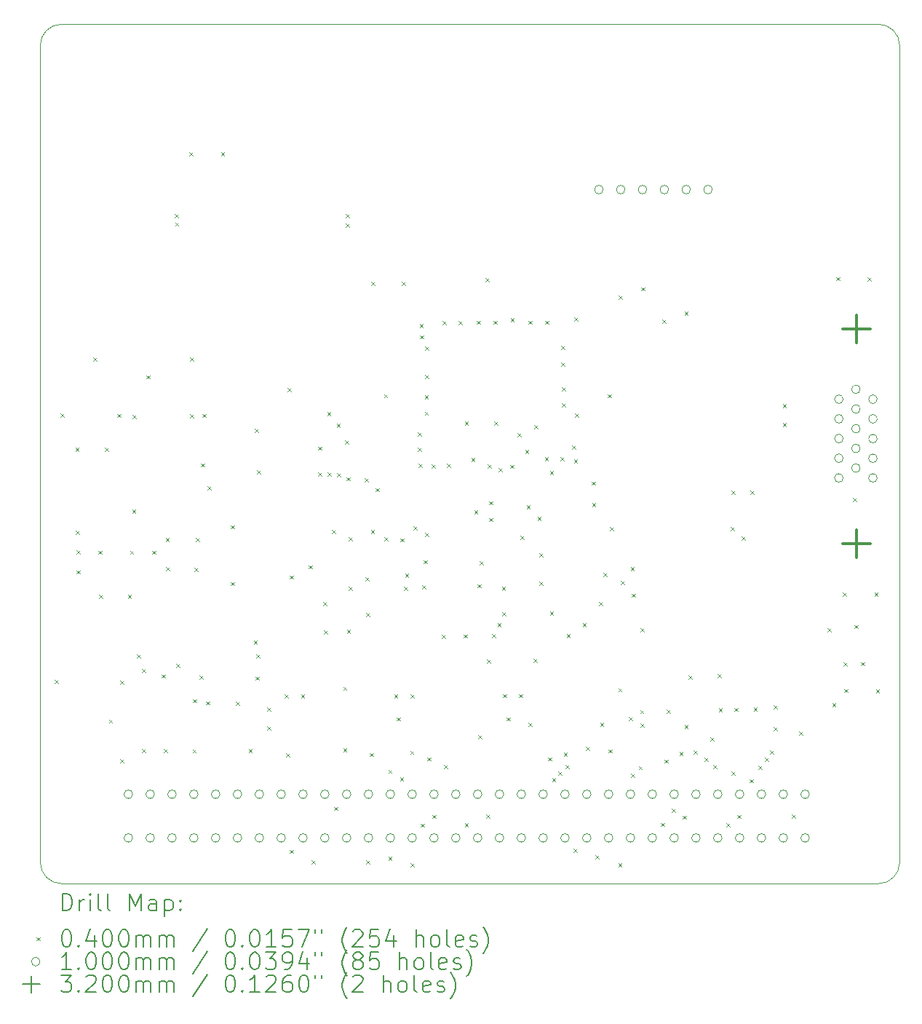
<source format=gbr>
%TF.GenerationSoftware,KiCad,Pcbnew,8.0.5*%
%TF.CreationDate,2024-10-19T15:21:06+01:00*%
%TF.ProjectId,GfxVGA,47667856-4741-42e6-9b69-6361645f7063,rev?*%
%TF.SameCoordinates,Original*%
%TF.FileFunction,Drillmap*%
%TF.FilePolarity,Positive*%
%FSLAX45Y45*%
G04 Gerber Fmt 4.5, Leading zero omitted, Abs format (unit mm)*
G04 Created by KiCad (PCBNEW 8.0.5) date 2024-10-19 15:21:06*
%MOMM*%
%LPD*%
G01*
G04 APERTURE LIST*
%ADD10C,0.050000*%
%ADD11C,0.200000*%
%ADD12C,0.100000*%
%ADD13C,0.320000*%
G04 APERTURE END LIST*
D10*
X19750000Y-5000000D02*
X10250000Y-5000000D01*
X10000000Y-5250000D02*
X10000000Y-14750000D01*
X10250000Y-15000000D02*
X19750000Y-15000000D01*
X20000000Y-14750000D02*
X20000000Y-5250000D01*
X20000000Y-14750000D02*
G75*
G02*
X19750000Y-15000000I-250000J0D01*
G01*
X19750000Y-5000000D02*
G75*
G02*
X20000000Y-5250000I0J-250000D01*
G01*
X10250000Y-15000000D02*
G75*
G02*
X10000000Y-14750000I0J250000D01*
G01*
X10000000Y-5250000D02*
G75*
G02*
X10250000Y-5000000I250000J0D01*
G01*
D11*
D12*
X10170000Y-12630000D02*
X10210000Y-12670000D01*
X10210000Y-12630000D02*
X10170000Y-12670000D01*
X10235000Y-9530000D02*
X10275000Y-9570000D01*
X10275000Y-9530000D02*
X10235000Y-9570000D01*
X10410000Y-9930000D02*
X10450000Y-9970000D01*
X10450000Y-9930000D02*
X10410000Y-9970000D01*
X10415000Y-10895000D02*
X10455000Y-10935000D01*
X10455000Y-10895000D02*
X10415000Y-10935000D01*
X10420000Y-11122500D02*
X10460000Y-11162500D01*
X10460000Y-11122500D02*
X10420000Y-11162500D01*
X10425000Y-11355000D02*
X10465000Y-11395000D01*
X10465000Y-11355000D02*
X10425000Y-11395000D01*
X10620000Y-8880000D02*
X10660000Y-8920000D01*
X10660000Y-8880000D02*
X10620000Y-8920000D01*
X10675000Y-11125000D02*
X10715000Y-11165000D01*
X10715000Y-11125000D02*
X10675000Y-11165000D01*
X10682500Y-11640000D02*
X10722500Y-11680000D01*
X10722500Y-11640000D02*
X10682500Y-11680000D01*
X10750000Y-9930000D02*
X10790000Y-9970000D01*
X10790000Y-9930000D02*
X10750000Y-9970000D01*
X10800000Y-13090000D02*
X10840000Y-13130000D01*
X10840000Y-13090000D02*
X10800000Y-13130000D01*
X10895000Y-9535000D02*
X10935000Y-9575000D01*
X10935000Y-9535000D02*
X10895000Y-9575000D01*
X10927500Y-12635000D02*
X10967500Y-12675000D01*
X10967500Y-12635000D02*
X10927500Y-12675000D01*
X10930000Y-13550000D02*
X10970000Y-13590000D01*
X10970000Y-13550000D02*
X10930000Y-13590000D01*
X11020000Y-11635000D02*
X11060000Y-11675000D01*
X11060000Y-11635000D02*
X11020000Y-11675000D01*
X11045000Y-11125000D02*
X11085000Y-11165000D01*
X11085000Y-11125000D02*
X11045000Y-11165000D01*
X11070000Y-10650000D02*
X11110000Y-10690000D01*
X11110000Y-10650000D02*
X11070000Y-10690000D01*
X11075000Y-9545000D02*
X11115000Y-9585000D01*
X11115000Y-9545000D02*
X11075000Y-9585000D01*
X11125000Y-12335000D02*
X11165000Y-12375000D01*
X11165000Y-12335000D02*
X11125000Y-12375000D01*
X11185000Y-12500000D02*
X11225000Y-12540000D01*
X11225000Y-12500000D02*
X11185000Y-12540000D01*
X11185000Y-13435000D02*
X11225000Y-13475000D01*
X11225000Y-13435000D02*
X11185000Y-13475000D01*
X11235000Y-9085000D02*
X11275000Y-9125000D01*
X11275000Y-9085000D02*
X11235000Y-9125000D01*
X11300000Y-11125000D02*
X11340000Y-11165000D01*
X11340000Y-11125000D02*
X11300000Y-11165000D01*
X11415000Y-12565000D02*
X11455000Y-12605000D01*
X11455000Y-12565000D02*
X11415000Y-12605000D01*
X11435400Y-13435400D02*
X11475400Y-13475400D01*
X11475400Y-13435400D02*
X11435400Y-13475400D01*
X11460000Y-10975000D02*
X11500000Y-11015000D01*
X11500000Y-10975000D02*
X11460000Y-11015000D01*
X11465000Y-11315000D02*
X11505000Y-11355000D01*
X11505000Y-11315000D02*
X11465000Y-11355000D01*
X11567500Y-7210000D02*
X11607500Y-7250000D01*
X11607500Y-7210000D02*
X11567500Y-7250000D01*
X11570000Y-7307500D02*
X11610000Y-7347500D01*
X11610000Y-7307500D02*
X11570000Y-7347500D01*
X11580000Y-12445000D02*
X11620000Y-12485000D01*
X11620000Y-12445000D02*
X11580000Y-12485000D01*
X11735000Y-6492500D02*
X11775000Y-6532500D01*
X11775000Y-6492500D02*
X11735000Y-6532500D01*
X11745000Y-8875000D02*
X11785000Y-8915000D01*
X11785000Y-8875000D02*
X11745000Y-8915000D01*
X11745000Y-9540000D02*
X11785000Y-9580000D01*
X11785000Y-9540000D02*
X11745000Y-9580000D01*
X11772500Y-13437500D02*
X11812500Y-13477500D01*
X11812500Y-13437500D02*
X11772500Y-13477500D01*
X11777500Y-12852500D02*
X11817500Y-12892500D01*
X11817500Y-12852500D02*
X11777500Y-12892500D01*
X11795000Y-11325000D02*
X11835000Y-11365000D01*
X11835000Y-11325000D02*
X11795000Y-11365000D01*
X11810000Y-10980000D02*
X11850000Y-11020000D01*
X11850000Y-10980000D02*
X11810000Y-11020000D01*
X11855000Y-12575000D02*
X11895000Y-12615000D01*
X11895000Y-12575000D02*
X11855000Y-12615000D01*
X11870000Y-10110000D02*
X11910000Y-10150000D01*
X11910000Y-10110000D02*
X11870000Y-10150000D01*
X11890000Y-9535000D02*
X11930000Y-9575000D01*
X11930000Y-9535000D02*
X11890000Y-9575000D01*
X11930000Y-12877500D02*
X11970000Y-12917500D01*
X11970000Y-12877500D02*
X11930000Y-12917500D01*
X11945000Y-10375000D02*
X11985000Y-10415000D01*
X11985000Y-10375000D02*
X11945000Y-10415000D01*
X12102500Y-6490000D02*
X12142500Y-6530000D01*
X12142500Y-6490000D02*
X12102500Y-6530000D01*
X12220000Y-10830000D02*
X12260000Y-10870000D01*
X12260000Y-10830000D02*
X12220000Y-10870000D01*
X12220000Y-11490000D02*
X12260000Y-11530000D01*
X12260000Y-11490000D02*
X12220000Y-11530000D01*
X12275000Y-12880000D02*
X12315000Y-12920000D01*
X12315000Y-12880000D02*
X12275000Y-12920000D01*
X12425000Y-13435000D02*
X12465000Y-13475000D01*
X12465000Y-13435000D02*
X12425000Y-13475000D01*
X12485000Y-12170000D02*
X12525000Y-12210000D01*
X12525000Y-12170000D02*
X12485000Y-12210000D01*
X12495000Y-9705000D02*
X12535000Y-9745000D01*
X12535000Y-9705000D02*
X12495000Y-9745000D01*
X12507500Y-12590000D02*
X12547500Y-12630000D01*
X12547500Y-12590000D02*
X12507500Y-12630000D01*
X12512500Y-12332500D02*
X12552500Y-12372500D01*
X12552500Y-12332500D02*
X12512500Y-12372500D01*
X12520000Y-10190000D02*
X12560000Y-10230000D01*
X12560000Y-10190000D02*
X12520000Y-10230000D01*
X12640000Y-12950000D02*
X12680000Y-12990000D01*
X12680000Y-12950000D02*
X12640000Y-12990000D01*
X12640000Y-13170000D02*
X12680000Y-13210000D01*
X12680000Y-13170000D02*
X12640000Y-13210000D01*
X12845000Y-12800000D02*
X12885000Y-12840000D01*
X12885000Y-12800000D02*
X12845000Y-12840000D01*
X12860000Y-13485000D02*
X12900000Y-13525000D01*
X12900000Y-13485000D02*
X12860000Y-13525000D01*
X12880000Y-9235000D02*
X12920000Y-9275000D01*
X12920000Y-9235000D02*
X12880000Y-9275000D01*
X12900000Y-14605000D02*
X12940000Y-14645000D01*
X12940000Y-14605000D02*
X12900000Y-14645000D01*
X12905000Y-11412500D02*
X12945000Y-11452500D01*
X12945000Y-11412500D02*
X12905000Y-11452500D01*
X13035000Y-12800000D02*
X13075000Y-12840000D01*
X13075000Y-12800000D02*
X13035000Y-12840000D01*
X13125000Y-11295000D02*
X13165000Y-11335000D01*
X13165000Y-11295000D02*
X13125000Y-11335000D01*
X13155000Y-14730000D02*
X13195000Y-14770000D01*
X13195000Y-14730000D02*
X13155000Y-14770000D01*
X13235000Y-9915000D02*
X13275000Y-9955000D01*
X13275000Y-9915000D02*
X13235000Y-9955000D01*
X13235000Y-10215000D02*
X13275000Y-10255000D01*
X13275000Y-10215000D02*
X13235000Y-10255000D01*
X13295000Y-11720000D02*
X13335000Y-11760000D01*
X13335000Y-11720000D02*
X13295000Y-11760000D01*
X13298410Y-12053780D02*
X13338410Y-12093780D01*
X13338410Y-12053780D02*
X13298410Y-12093780D01*
X13340000Y-9515000D02*
X13380000Y-9555000D01*
X13380000Y-9515000D02*
X13340000Y-9555000D01*
X13345000Y-10215000D02*
X13385000Y-10255000D01*
X13385000Y-10215000D02*
X13345000Y-10255000D01*
X13392500Y-10882500D02*
X13432500Y-10922500D01*
X13432500Y-10882500D02*
X13392500Y-10922500D01*
X13420000Y-14105000D02*
X13460000Y-14145000D01*
X13460000Y-14105000D02*
X13420000Y-14145000D01*
X13450000Y-9650000D02*
X13490000Y-9690000D01*
X13490000Y-9650000D02*
X13450000Y-9690000D01*
X13455000Y-10225000D02*
X13495000Y-10265000D01*
X13495000Y-10225000D02*
X13455000Y-10265000D01*
X13525000Y-12710000D02*
X13565000Y-12750000D01*
X13565000Y-12710000D02*
X13525000Y-12750000D01*
X13525000Y-13425000D02*
X13565000Y-13465000D01*
X13565000Y-13425000D02*
X13525000Y-13465000D01*
X13545000Y-9840000D02*
X13585000Y-9880000D01*
X13585000Y-9840000D02*
X13545000Y-9880000D01*
X13552500Y-7210000D02*
X13592500Y-7250000D01*
X13592500Y-7210000D02*
X13552500Y-7250000D01*
X13557500Y-7317500D02*
X13597500Y-7357500D01*
X13597500Y-7317500D02*
X13557500Y-7357500D01*
X13565000Y-10270000D02*
X13605000Y-10310000D01*
X13605000Y-10270000D02*
X13565000Y-10310000D01*
X13568410Y-12043780D02*
X13608410Y-12083780D01*
X13608410Y-12043780D02*
X13568410Y-12083780D01*
X13587500Y-10967500D02*
X13627500Y-11007500D01*
X13627500Y-10967500D02*
X13587500Y-11007500D01*
X13587500Y-11542500D02*
X13627500Y-11582500D01*
X13627500Y-11542500D02*
X13587500Y-11582500D01*
X13775000Y-10285000D02*
X13815000Y-10325000D01*
X13815000Y-10285000D02*
X13775000Y-10325000D01*
X13782500Y-11432500D02*
X13822500Y-11472500D01*
X13822500Y-11432500D02*
X13782500Y-11472500D01*
X13795000Y-11850000D02*
X13835000Y-11890000D01*
X13835000Y-11850000D02*
X13795000Y-11890000D01*
X13795000Y-14730000D02*
X13835000Y-14770000D01*
X13835000Y-14730000D02*
X13795000Y-14770000D01*
X13835000Y-13480000D02*
X13875000Y-13520000D01*
X13875000Y-13480000D02*
X13835000Y-13520000D01*
X13847500Y-10882500D02*
X13887500Y-10922500D01*
X13887500Y-10882500D02*
X13847500Y-10922500D01*
X13850000Y-8000000D02*
X13890000Y-8040000D01*
X13890000Y-8000000D02*
X13850000Y-8040000D01*
X13900000Y-10397500D02*
X13940000Y-10437500D01*
X13940000Y-10397500D02*
X13900000Y-10437500D01*
X14000000Y-9305000D02*
X14040000Y-9345000D01*
X14040000Y-9305000D02*
X14000000Y-9345000D01*
X14002500Y-10967500D02*
X14042500Y-11007500D01*
X14042500Y-10967500D02*
X14002500Y-11007500D01*
X14049060Y-13675000D02*
X14089060Y-13715000D01*
X14089060Y-13675000D02*
X14049060Y-13715000D01*
X14050000Y-14685000D02*
X14090000Y-14725000D01*
X14090000Y-14685000D02*
X14050000Y-14725000D01*
X14117500Y-12800000D02*
X14157500Y-12840000D01*
X14157500Y-12800000D02*
X14117500Y-12840000D01*
X14145000Y-13065000D02*
X14185000Y-13105000D01*
X14185000Y-13065000D02*
X14145000Y-13105000D01*
X14185000Y-13765000D02*
X14225000Y-13805000D01*
X14225000Y-13765000D02*
X14185000Y-13805000D01*
X14187500Y-10982500D02*
X14227500Y-11022500D01*
X14227500Y-10982500D02*
X14187500Y-11022500D01*
X14205000Y-8000000D02*
X14245000Y-8040000D01*
X14245000Y-8000000D02*
X14205000Y-8040000D01*
X14235000Y-11545000D02*
X14275000Y-11585000D01*
X14275000Y-11545000D02*
X14235000Y-11585000D01*
X14245000Y-11390000D02*
X14285000Y-11430000D01*
X14285000Y-11390000D02*
X14245000Y-11430000D01*
X14305000Y-13455000D02*
X14345000Y-13495000D01*
X14345000Y-13455000D02*
X14305000Y-13495000D01*
X14307500Y-12800000D02*
X14347500Y-12840000D01*
X14347500Y-12800000D02*
X14307500Y-12840000D01*
X14310000Y-14760000D02*
X14350000Y-14800000D01*
X14350000Y-14760000D02*
X14310000Y-14800000D01*
X14340000Y-10840000D02*
X14380000Y-10880000D01*
X14380000Y-10840000D02*
X14340000Y-10880000D01*
X14395000Y-9750000D02*
X14435000Y-9790000D01*
X14435000Y-9750000D02*
X14395000Y-9790000D01*
X14395000Y-9925000D02*
X14435000Y-9965000D01*
X14435000Y-9925000D02*
X14395000Y-9965000D01*
X14400000Y-10115000D02*
X14440000Y-10155000D01*
X14440000Y-10115000D02*
X14400000Y-10155000D01*
X14415000Y-8490000D02*
X14455000Y-8530000D01*
X14455000Y-8490000D02*
X14415000Y-8530000D01*
X14420000Y-8620000D02*
X14460000Y-8660000D01*
X14460000Y-8620000D02*
X14420000Y-8660000D01*
X14425000Y-14300000D02*
X14465000Y-14340000D01*
X14465000Y-14300000D02*
X14425000Y-14340000D01*
X14445000Y-11530000D02*
X14485000Y-11570000D01*
X14485000Y-11530000D02*
X14445000Y-11570000D01*
X14460000Y-11235000D02*
X14500000Y-11275000D01*
X14500000Y-11235000D02*
X14460000Y-11275000D01*
X14473260Y-9319080D02*
X14513260Y-9359080D01*
X14513260Y-9319080D02*
X14473260Y-9359080D01*
X14473260Y-9509080D02*
X14513260Y-9549080D01*
X14513260Y-9509080D02*
X14473260Y-9549080D01*
X14480000Y-8750000D02*
X14520000Y-8790000D01*
X14520000Y-8750000D02*
X14480000Y-8790000D01*
X14480000Y-9080000D02*
X14520000Y-9120000D01*
X14520000Y-9080000D02*
X14480000Y-9120000D01*
X14480000Y-10920000D02*
X14520000Y-10960000D01*
X14520000Y-10920000D02*
X14480000Y-10960000D01*
X14505000Y-13530000D02*
X14545000Y-13570000D01*
X14545000Y-13530000D02*
X14505000Y-13570000D01*
X14554520Y-10119680D02*
X14594520Y-10159680D01*
X14594520Y-10119680D02*
X14554520Y-10159680D01*
X14560000Y-14200000D02*
X14600000Y-14240000D01*
X14600000Y-14200000D02*
X14560000Y-14240000D01*
X14670000Y-12105000D02*
X14710000Y-12145000D01*
X14710000Y-12105000D02*
X14670000Y-12145000D01*
X14679500Y-8455480D02*
X14719500Y-8495480D01*
X14719500Y-8455480D02*
X14679500Y-8495480D01*
X14695000Y-13620000D02*
X14735000Y-13660000D01*
X14735000Y-13620000D02*
X14695000Y-13660000D01*
X14732320Y-10112060D02*
X14772320Y-10152060D01*
X14772320Y-10112060D02*
X14732320Y-10152060D01*
X14869500Y-8455480D02*
X14909500Y-8495480D01*
X14909500Y-8455480D02*
X14869500Y-8495480D01*
X14925000Y-12100000D02*
X14965000Y-12140000D01*
X14965000Y-12100000D02*
X14925000Y-12140000D01*
X14940000Y-9620000D02*
X14980000Y-9660000D01*
X14980000Y-9620000D02*
X14940000Y-9660000D01*
X14940000Y-14295000D02*
X14980000Y-14335000D01*
X14980000Y-14295000D02*
X14940000Y-14335000D01*
X15014780Y-10045520D02*
X15054780Y-10085520D01*
X15054780Y-10045520D02*
X15014780Y-10085520D01*
X15050000Y-10655000D02*
X15090000Y-10695000D01*
X15090000Y-10655000D02*
X15050000Y-10695000D01*
X15080820Y-8450400D02*
X15120820Y-8490400D01*
X15120820Y-8450400D02*
X15080820Y-8490400D01*
X15090000Y-11515000D02*
X15130000Y-11555000D01*
X15130000Y-11515000D02*
X15090000Y-11555000D01*
X15095000Y-13270000D02*
X15135000Y-13310000D01*
X15135000Y-13270000D02*
X15095000Y-13310000D01*
X15110000Y-11250000D02*
X15150000Y-11290000D01*
X15150000Y-11250000D02*
X15110000Y-11290000D01*
X15177500Y-7957500D02*
X15217500Y-7997500D01*
X15217500Y-7957500D02*
X15177500Y-7997500D01*
X15190000Y-14195000D02*
X15230000Y-14235000D01*
X15230000Y-14195000D02*
X15190000Y-14235000D01*
X15200000Y-12390000D02*
X15240000Y-12430000D01*
X15240000Y-12390000D02*
X15200000Y-12430000D01*
X15207300Y-10122220D02*
X15247300Y-10162220D01*
X15247300Y-10122220D02*
X15207300Y-10162220D01*
X15225000Y-10550000D02*
X15265000Y-10590000D01*
X15265000Y-10550000D02*
X15225000Y-10590000D01*
X15225000Y-10745000D02*
X15265000Y-10785000D01*
X15265000Y-10745000D02*
X15225000Y-10785000D01*
X15255000Y-12095000D02*
X15295000Y-12135000D01*
X15295000Y-12095000D02*
X15255000Y-12135000D01*
X15270820Y-8450400D02*
X15310820Y-8490400D01*
X15310820Y-8450400D02*
X15270820Y-8490400D01*
X15285000Y-9620000D02*
X15325000Y-9660000D01*
X15325000Y-9620000D02*
X15285000Y-9660000D01*
X15320000Y-11965000D02*
X15360000Y-12005000D01*
X15360000Y-11965000D02*
X15320000Y-12005000D01*
X15335000Y-10165000D02*
X15375000Y-10205000D01*
X15375000Y-10165000D02*
X15335000Y-10205000D01*
X15370000Y-11545000D02*
X15410000Y-11585000D01*
X15410000Y-11545000D02*
X15370000Y-11585000D01*
X15375000Y-11840000D02*
X15415000Y-11880000D01*
X15415000Y-11840000D02*
X15375000Y-11880000D01*
X15382500Y-12792500D02*
X15422500Y-12832500D01*
X15422500Y-12792500D02*
X15382500Y-12832500D01*
X15423000Y-13065000D02*
X15463000Y-13105000D01*
X15463000Y-13065000D02*
X15423000Y-13105000D01*
X15468920Y-10127300D02*
X15508920Y-10167300D01*
X15508920Y-10127300D02*
X15468920Y-10167300D01*
X15472500Y-8422500D02*
X15512500Y-8462500D01*
X15512500Y-8422500D02*
X15472500Y-8462500D01*
X15550000Y-9760000D02*
X15590000Y-9800000D01*
X15590000Y-9760000D02*
X15550000Y-9800000D01*
X15572500Y-12792500D02*
X15612500Y-12832500D01*
X15612500Y-12792500D02*
X15572500Y-12832500D01*
X15585000Y-10955000D02*
X15625000Y-10995000D01*
X15625000Y-10955000D02*
X15585000Y-10995000D01*
X15641640Y-9954580D02*
X15681640Y-9994580D01*
X15681640Y-9954580D02*
X15641640Y-9994580D01*
X15660000Y-10595000D02*
X15700000Y-10635000D01*
X15700000Y-10595000D02*
X15660000Y-10635000D01*
X15680000Y-13130000D02*
X15720000Y-13170000D01*
X15720000Y-13130000D02*
X15680000Y-13170000D01*
X15682300Y-8450400D02*
X15722300Y-8490400D01*
X15722300Y-8450400D02*
X15682300Y-8490400D01*
X15739500Y-12385000D02*
X15779500Y-12425000D01*
X15779500Y-12385000D02*
X15739500Y-12425000D01*
X15750000Y-9665000D02*
X15790000Y-9705000D01*
X15790000Y-9665000D02*
X15750000Y-9705000D01*
X15785000Y-10730000D02*
X15825000Y-10770000D01*
X15825000Y-10730000D02*
X15785000Y-10770000D01*
X15805900Y-11154320D02*
X15845900Y-11194320D01*
X15845900Y-11154320D02*
X15805900Y-11194320D01*
X15805900Y-11484520D02*
X15845900Y-11524520D01*
X15845900Y-11484520D02*
X15805900Y-11524520D01*
X15870260Y-10040440D02*
X15910260Y-10080440D01*
X15910260Y-10040440D02*
X15870260Y-10080440D01*
X15872300Y-8450400D02*
X15912300Y-8490400D01*
X15912300Y-8450400D02*
X15872300Y-8490400D01*
X15910000Y-13530000D02*
X15950000Y-13570000D01*
X15950000Y-13530000D02*
X15910000Y-13570000D01*
X15930000Y-10200000D02*
X15970000Y-10240000D01*
X15970000Y-10200000D02*
X15930000Y-10240000D01*
X15930000Y-11835000D02*
X15970000Y-11875000D01*
X15970000Y-11835000D02*
X15930000Y-11875000D01*
X15955000Y-13770000D02*
X15995000Y-13810000D01*
X15995000Y-13770000D02*
X15955000Y-13810000D01*
X16030000Y-13695000D02*
X16070000Y-13735000D01*
X16070000Y-13695000D02*
X16030000Y-13735000D01*
X16052760Y-10040440D02*
X16092760Y-10080440D01*
X16092760Y-10040440D02*
X16052760Y-10080440D01*
X16063300Y-8745040D02*
X16103300Y-8785040D01*
X16103300Y-8745040D02*
X16063300Y-8785040D01*
X16063300Y-8935040D02*
X16103300Y-8975040D01*
X16103300Y-8935040D02*
X16063300Y-8975040D01*
X16068380Y-9222560D02*
X16108380Y-9262560D01*
X16108380Y-9222560D02*
X16068380Y-9262560D01*
X16068380Y-9412560D02*
X16108380Y-9452560D01*
X16108380Y-9412560D02*
X16068380Y-9452560D01*
X16090000Y-13475000D02*
X16130000Y-13515000D01*
X16130000Y-13475000D02*
X16090000Y-13515000D01*
X16110000Y-13620000D02*
X16150000Y-13660000D01*
X16150000Y-13620000D02*
X16110000Y-13660000D01*
X16125000Y-12095000D02*
X16165000Y-12135000D01*
X16165000Y-12095000D02*
X16125000Y-12135000D01*
X16190000Y-9905000D02*
X16230000Y-9945000D01*
X16230000Y-9905000D02*
X16190000Y-9945000D01*
X16205000Y-14595000D02*
X16245000Y-14635000D01*
X16245000Y-14595000D02*
X16205000Y-14635000D01*
X16210000Y-10060000D02*
X16250000Y-10100000D01*
X16250000Y-10060000D02*
X16210000Y-10100000D01*
X16215000Y-8410000D02*
X16255000Y-8450000D01*
X16255000Y-8410000D02*
X16215000Y-8450000D01*
X16220000Y-9530000D02*
X16260000Y-9570000D01*
X16260000Y-9530000D02*
X16220000Y-9570000D01*
X16310000Y-11965000D02*
X16350000Y-12005000D01*
X16350000Y-11965000D02*
X16310000Y-12005000D01*
X16350000Y-13410000D02*
X16390000Y-13450000D01*
X16390000Y-13410000D02*
X16350000Y-13450000D01*
X16418900Y-10320220D02*
X16458900Y-10360220D01*
X16458900Y-10320220D02*
X16418900Y-10360220D01*
X16420000Y-10570000D02*
X16460000Y-10610000D01*
X16460000Y-10570000D02*
X16420000Y-10610000D01*
X16460000Y-14670000D02*
X16500000Y-14710000D01*
X16500000Y-14670000D02*
X16460000Y-14710000D01*
X16500000Y-11720000D02*
X16540000Y-11760000D01*
X16540000Y-11720000D02*
X16500000Y-11760000D01*
X16515000Y-13130000D02*
X16555000Y-13170000D01*
X16555000Y-13130000D02*
X16515000Y-13170000D01*
X16550000Y-11385000D02*
X16590000Y-11425000D01*
X16590000Y-11385000D02*
X16550000Y-11425000D01*
X16600000Y-9305000D02*
X16640000Y-9345000D01*
X16640000Y-9305000D02*
X16600000Y-9345000D01*
X16612500Y-13437500D02*
X16652500Y-13477500D01*
X16652500Y-13437500D02*
X16612500Y-13477500D01*
X16630000Y-10850000D02*
X16670000Y-10890000D01*
X16670000Y-10850000D02*
X16630000Y-10890000D01*
X16725000Y-12725000D02*
X16765000Y-12765000D01*
X16765000Y-12725000D02*
X16725000Y-12765000D01*
X16725000Y-14760000D02*
X16765000Y-14800000D01*
X16765000Y-14760000D02*
X16725000Y-14800000D01*
X16730000Y-8160000D02*
X16770000Y-8200000D01*
X16770000Y-8160000D02*
X16730000Y-8200000D01*
X16755000Y-11475000D02*
X16795000Y-11515000D01*
X16795000Y-11475000D02*
X16755000Y-11515000D01*
X16850000Y-13060000D02*
X16890000Y-13100000D01*
X16890000Y-13060000D02*
X16850000Y-13100000D01*
X16870000Y-11315000D02*
X16910000Y-11355000D01*
X16910000Y-11315000D02*
X16870000Y-11355000D01*
X16875000Y-13720000D02*
X16915000Y-13760000D01*
X16915000Y-13720000D02*
X16875000Y-13760000D01*
X16885000Y-11625000D02*
X16925000Y-11665000D01*
X16925000Y-11625000D02*
X16885000Y-11665000D01*
X16962500Y-13632500D02*
X17002500Y-13672500D01*
X17002500Y-13632500D02*
X16962500Y-13672500D01*
X16980000Y-12980000D02*
X17020000Y-13020000D01*
X17020000Y-12980000D02*
X16980000Y-13020000D01*
X16982500Y-13137500D02*
X17022500Y-13177500D01*
X17022500Y-13137500D02*
X16982500Y-13177500D01*
X16985000Y-12030000D02*
X17025000Y-12070000D01*
X17025000Y-12030000D02*
X16985000Y-12070000D01*
X16990000Y-8060000D02*
X17030000Y-8100000D01*
X17030000Y-8060000D02*
X16990000Y-8100000D01*
X17220000Y-14292500D02*
X17260000Y-14332500D01*
X17260000Y-14292500D02*
X17220000Y-14332500D01*
X17240000Y-8440000D02*
X17280000Y-8480000D01*
X17280000Y-8440000D02*
X17240000Y-8480000D01*
X17262500Y-13555000D02*
X17302500Y-13595000D01*
X17302500Y-13555000D02*
X17262500Y-13595000D01*
X17290000Y-12975000D02*
X17330000Y-13015000D01*
X17330000Y-12975000D02*
X17290000Y-13015000D01*
X17350000Y-14127500D02*
X17390000Y-14167500D01*
X17390000Y-14127500D02*
X17350000Y-14167500D01*
X17437500Y-13467500D02*
X17477500Y-13507500D01*
X17477500Y-13467500D02*
X17437500Y-13507500D01*
X17472500Y-14207500D02*
X17512500Y-14247500D01*
X17512500Y-14207500D02*
X17472500Y-14247500D01*
X17495000Y-8345000D02*
X17535000Y-8385000D01*
X17535000Y-8345000D02*
X17495000Y-8385000D01*
X17495000Y-13152500D02*
X17535000Y-13192500D01*
X17535000Y-13152500D02*
X17495000Y-13192500D01*
X17540000Y-12575000D02*
X17580000Y-12615000D01*
X17580000Y-12575000D02*
X17540000Y-12615000D01*
X17605000Y-13447500D02*
X17645000Y-13487500D01*
X17645000Y-13447500D02*
X17605000Y-13487500D01*
X17730000Y-13535000D02*
X17770000Y-13575000D01*
X17770000Y-13535000D02*
X17730000Y-13575000D01*
X17795000Y-13295000D02*
X17835000Y-13335000D01*
X17835000Y-13295000D02*
X17795000Y-13335000D01*
X17832500Y-13617500D02*
X17872500Y-13657500D01*
X17872500Y-13617500D02*
X17832500Y-13657500D01*
X17880000Y-12560000D02*
X17920000Y-12600000D01*
X17920000Y-12560000D02*
X17880000Y-12600000D01*
X17895000Y-12960000D02*
X17935000Y-13000000D01*
X17935000Y-12960000D02*
X17895000Y-13000000D01*
X17985000Y-14295000D02*
X18025000Y-14335000D01*
X18025000Y-14295000D02*
X17985000Y-14335000D01*
X18035000Y-10850000D02*
X18075000Y-10890000D01*
X18075000Y-10850000D02*
X18035000Y-10890000D01*
X18041860Y-13697500D02*
X18081860Y-13737500D01*
X18081860Y-13697500D02*
X18041860Y-13737500D01*
X18045000Y-10430000D02*
X18085000Y-10470000D01*
X18085000Y-10430000D02*
X18045000Y-10470000D01*
X18075000Y-12955000D02*
X18115000Y-12995000D01*
X18115000Y-12955000D02*
X18075000Y-12995000D01*
X18112500Y-14200000D02*
X18152500Y-14240000D01*
X18152500Y-14200000D02*
X18112500Y-14240000D01*
X18160000Y-10960000D02*
X18200000Y-11000000D01*
X18200000Y-10960000D02*
X18160000Y-11000000D01*
X18255000Y-13785000D02*
X18295000Y-13825000D01*
X18295000Y-13785000D02*
X18255000Y-13825000D01*
X18265000Y-10430000D02*
X18305000Y-10470000D01*
X18305000Y-10430000D02*
X18265000Y-10470000D01*
X18300000Y-12950000D02*
X18340000Y-12990000D01*
X18340000Y-12950000D02*
X18300000Y-12990000D01*
X18356250Y-13626250D02*
X18396250Y-13666250D01*
X18396250Y-13626250D02*
X18356250Y-13666250D01*
X18433750Y-13533750D02*
X18473750Y-13573750D01*
X18473750Y-13533750D02*
X18433750Y-13573750D01*
X18490000Y-13447500D02*
X18530000Y-13487500D01*
X18530000Y-13447500D02*
X18490000Y-13487500D01*
X18532500Y-13180000D02*
X18572500Y-13220000D01*
X18572500Y-13180000D02*
X18532500Y-13220000D01*
X18535000Y-12925000D02*
X18575000Y-12965000D01*
X18575000Y-12925000D02*
X18535000Y-12965000D01*
X18638260Y-9422280D02*
X18678260Y-9462280D01*
X18678260Y-9422280D02*
X18638260Y-9462280D01*
X18638260Y-9640720D02*
X18678260Y-9680720D01*
X18678260Y-9640720D02*
X18638260Y-9680720D01*
X18745000Y-14195000D02*
X18785000Y-14235000D01*
X18785000Y-14195000D02*
X18745000Y-14235000D01*
X18827500Y-13230000D02*
X18867500Y-13270000D01*
X18867500Y-13230000D02*
X18827500Y-13270000D01*
X19160000Y-12030000D02*
X19200000Y-12070000D01*
X19200000Y-12030000D02*
X19160000Y-12070000D01*
X19215000Y-12900000D02*
X19255000Y-12940000D01*
X19255000Y-12900000D02*
X19215000Y-12940000D01*
X19258600Y-7942900D02*
X19298600Y-7982900D01*
X19298600Y-7942900D02*
X19258600Y-7982900D01*
X19339880Y-11610660D02*
X19379880Y-11650660D01*
X19379880Y-11610660D02*
X19339880Y-11650660D01*
X19345000Y-12425000D02*
X19385000Y-12465000D01*
X19385000Y-12425000D02*
X19345000Y-12465000D01*
X19355000Y-12735000D02*
X19395000Y-12775000D01*
X19395000Y-12735000D02*
X19355000Y-12775000D01*
X19456720Y-10513380D02*
X19496720Y-10553380D01*
X19496720Y-10513380D02*
X19456720Y-10553380D01*
X19475000Y-11990000D02*
X19515000Y-12030000D01*
X19515000Y-11990000D02*
X19475000Y-12030000D01*
X19550000Y-12420000D02*
X19590000Y-12460000D01*
X19590000Y-12420000D02*
X19550000Y-12460000D01*
X19624360Y-7945440D02*
X19664360Y-7985440D01*
X19664360Y-7945440D02*
X19624360Y-7985440D01*
X19705640Y-11613200D02*
X19745640Y-11653200D01*
X19745640Y-11613200D02*
X19705640Y-11653200D01*
X19723420Y-12735880D02*
X19763420Y-12775880D01*
X19763420Y-12735880D02*
X19723420Y-12775880D01*
X11075500Y-13959840D02*
G75*
G02*
X10975500Y-13959840I-50000J0D01*
G01*
X10975500Y-13959840D02*
G75*
G02*
X11075500Y-13959840I50000J0D01*
G01*
X11075500Y-14467840D02*
G75*
G02*
X10975500Y-14467840I-50000J0D01*
G01*
X10975500Y-14467840D02*
G75*
G02*
X11075500Y-14467840I50000J0D01*
G01*
X11329500Y-13959840D02*
G75*
G02*
X11229500Y-13959840I-50000J0D01*
G01*
X11229500Y-13959840D02*
G75*
G02*
X11329500Y-13959840I50000J0D01*
G01*
X11329500Y-14467840D02*
G75*
G02*
X11229500Y-14467840I-50000J0D01*
G01*
X11229500Y-14467840D02*
G75*
G02*
X11329500Y-14467840I50000J0D01*
G01*
X11583500Y-13959840D02*
G75*
G02*
X11483500Y-13959840I-50000J0D01*
G01*
X11483500Y-13959840D02*
G75*
G02*
X11583500Y-13959840I50000J0D01*
G01*
X11583500Y-14467840D02*
G75*
G02*
X11483500Y-14467840I-50000J0D01*
G01*
X11483500Y-14467840D02*
G75*
G02*
X11583500Y-14467840I50000J0D01*
G01*
X11837500Y-13959840D02*
G75*
G02*
X11737500Y-13959840I-50000J0D01*
G01*
X11737500Y-13959840D02*
G75*
G02*
X11837500Y-13959840I50000J0D01*
G01*
X11837500Y-14467840D02*
G75*
G02*
X11737500Y-14467840I-50000J0D01*
G01*
X11737500Y-14467840D02*
G75*
G02*
X11837500Y-14467840I50000J0D01*
G01*
X12091500Y-13959840D02*
G75*
G02*
X11991500Y-13959840I-50000J0D01*
G01*
X11991500Y-13959840D02*
G75*
G02*
X12091500Y-13959840I50000J0D01*
G01*
X12091500Y-14467840D02*
G75*
G02*
X11991500Y-14467840I-50000J0D01*
G01*
X11991500Y-14467840D02*
G75*
G02*
X12091500Y-14467840I50000J0D01*
G01*
X12345500Y-13959840D02*
G75*
G02*
X12245500Y-13959840I-50000J0D01*
G01*
X12245500Y-13959840D02*
G75*
G02*
X12345500Y-13959840I50000J0D01*
G01*
X12345500Y-14467840D02*
G75*
G02*
X12245500Y-14467840I-50000J0D01*
G01*
X12245500Y-14467840D02*
G75*
G02*
X12345500Y-14467840I50000J0D01*
G01*
X12599500Y-13959840D02*
G75*
G02*
X12499500Y-13959840I-50000J0D01*
G01*
X12499500Y-13959840D02*
G75*
G02*
X12599500Y-13959840I50000J0D01*
G01*
X12599500Y-14467840D02*
G75*
G02*
X12499500Y-14467840I-50000J0D01*
G01*
X12499500Y-14467840D02*
G75*
G02*
X12599500Y-14467840I50000J0D01*
G01*
X12853500Y-13959840D02*
G75*
G02*
X12753500Y-13959840I-50000J0D01*
G01*
X12753500Y-13959840D02*
G75*
G02*
X12853500Y-13959840I50000J0D01*
G01*
X12853500Y-14467840D02*
G75*
G02*
X12753500Y-14467840I-50000J0D01*
G01*
X12753500Y-14467840D02*
G75*
G02*
X12853500Y-14467840I50000J0D01*
G01*
X13107500Y-13959840D02*
G75*
G02*
X13007500Y-13959840I-50000J0D01*
G01*
X13007500Y-13959840D02*
G75*
G02*
X13107500Y-13959840I50000J0D01*
G01*
X13107500Y-14467840D02*
G75*
G02*
X13007500Y-14467840I-50000J0D01*
G01*
X13007500Y-14467840D02*
G75*
G02*
X13107500Y-14467840I50000J0D01*
G01*
X13361500Y-13959840D02*
G75*
G02*
X13261500Y-13959840I-50000J0D01*
G01*
X13261500Y-13959840D02*
G75*
G02*
X13361500Y-13959840I50000J0D01*
G01*
X13361500Y-14467840D02*
G75*
G02*
X13261500Y-14467840I-50000J0D01*
G01*
X13261500Y-14467840D02*
G75*
G02*
X13361500Y-14467840I50000J0D01*
G01*
X13615500Y-13959840D02*
G75*
G02*
X13515500Y-13959840I-50000J0D01*
G01*
X13515500Y-13959840D02*
G75*
G02*
X13615500Y-13959840I50000J0D01*
G01*
X13615500Y-14467840D02*
G75*
G02*
X13515500Y-14467840I-50000J0D01*
G01*
X13515500Y-14467840D02*
G75*
G02*
X13615500Y-14467840I50000J0D01*
G01*
X13869500Y-13959840D02*
G75*
G02*
X13769500Y-13959840I-50000J0D01*
G01*
X13769500Y-13959840D02*
G75*
G02*
X13869500Y-13959840I50000J0D01*
G01*
X13869500Y-14467840D02*
G75*
G02*
X13769500Y-14467840I-50000J0D01*
G01*
X13769500Y-14467840D02*
G75*
G02*
X13869500Y-14467840I50000J0D01*
G01*
X14123500Y-13959840D02*
G75*
G02*
X14023500Y-13959840I-50000J0D01*
G01*
X14023500Y-13959840D02*
G75*
G02*
X14123500Y-13959840I50000J0D01*
G01*
X14123500Y-14467840D02*
G75*
G02*
X14023500Y-14467840I-50000J0D01*
G01*
X14023500Y-14467840D02*
G75*
G02*
X14123500Y-14467840I50000J0D01*
G01*
X14377500Y-13959840D02*
G75*
G02*
X14277500Y-13959840I-50000J0D01*
G01*
X14277500Y-13959840D02*
G75*
G02*
X14377500Y-13959840I50000J0D01*
G01*
X14377500Y-14467840D02*
G75*
G02*
X14277500Y-14467840I-50000J0D01*
G01*
X14277500Y-14467840D02*
G75*
G02*
X14377500Y-14467840I50000J0D01*
G01*
X14631500Y-13959840D02*
G75*
G02*
X14531500Y-13959840I-50000J0D01*
G01*
X14531500Y-13959840D02*
G75*
G02*
X14631500Y-13959840I50000J0D01*
G01*
X14631500Y-14467840D02*
G75*
G02*
X14531500Y-14467840I-50000J0D01*
G01*
X14531500Y-14467840D02*
G75*
G02*
X14631500Y-14467840I50000J0D01*
G01*
X14885500Y-13959840D02*
G75*
G02*
X14785500Y-13959840I-50000J0D01*
G01*
X14785500Y-13959840D02*
G75*
G02*
X14885500Y-13959840I50000J0D01*
G01*
X14885500Y-14467840D02*
G75*
G02*
X14785500Y-14467840I-50000J0D01*
G01*
X14785500Y-14467840D02*
G75*
G02*
X14885500Y-14467840I50000J0D01*
G01*
X15139500Y-13959840D02*
G75*
G02*
X15039500Y-13959840I-50000J0D01*
G01*
X15039500Y-13959840D02*
G75*
G02*
X15139500Y-13959840I50000J0D01*
G01*
X15139500Y-14467840D02*
G75*
G02*
X15039500Y-14467840I-50000J0D01*
G01*
X15039500Y-14467840D02*
G75*
G02*
X15139500Y-14467840I50000J0D01*
G01*
X15393500Y-13959840D02*
G75*
G02*
X15293500Y-13959840I-50000J0D01*
G01*
X15293500Y-13959840D02*
G75*
G02*
X15393500Y-13959840I50000J0D01*
G01*
X15393500Y-14467840D02*
G75*
G02*
X15293500Y-14467840I-50000J0D01*
G01*
X15293500Y-14467840D02*
G75*
G02*
X15393500Y-14467840I50000J0D01*
G01*
X15647500Y-13959840D02*
G75*
G02*
X15547500Y-13959840I-50000J0D01*
G01*
X15547500Y-13959840D02*
G75*
G02*
X15647500Y-13959840I50000J0D01*
G01*
X15647500Y-14467840D02*
G75*
G02*
X15547500Y-14467840I-50000J0D01*
G01*
X15547500Y-14467840D02*
G75*
G02*
X15647500Y-14467840I50000J0D01*
G01*
X15901500Y-13959840D02*
G75*
G02*
X15801500Y-13959840I-50000J0D01*
G01*
X15801500Y-13959840D02*
G75*
G02*
X15901500Y-13959840I50000J0D01*
G01*
X15901500Y-14467840D02*
G75*
G02*
X15801500Y-14467840I-50000J0D01*
G01*
X15801500Y-14467840D02*
G75*
G02*
X15901500Y-14467840I50000J0D01*
G01*
X16155500Y-13959840D02*
G75*
G02*
X16055500Y-13959840I-50000J0D01*
G01*
X16055500Y-13959840D02*
G75*
G02*
X16155500Y-13959840I50000J0D01*
G01*
X16155500Y-14467840D02*
G75*
G02*
X16055500Y-14467840I-50000J0D01*
G01*
X16055500Y-14467840D02*
G75*
G02*
X16155500Y-14467840I50000J0D01*
G01*
X16409500Y-13959840D02*
G75*
G02*
X16309500Y-13959840I-50000J0D01*
G01*
X16309500Y-13959840D02*
G75*
G02*
X16409500Y-13959840I50000J0D01*
G01*
X16409500Y-14467840D02*
G75*
G02*
X16309500Y-14467840I-50000J0D01*
G01*
X16309500Y-14467840D02*
G75*
G02*
X16409500Y-14467840I50000J0D01*
G01*
X16549840Y-6924040D02*
G75*
G02*
X16449840Y-6924040I-50000J0D01*
G01*
X16449840Y-6924040D02*
G75*
G02*
X16549840Y-6924040I50000J0D01*
G01*
X16663500Y-13959840D02*
G75*
G02*
X16563500Y-13959840I-50000J0D01*
G01*
X16563500Y-13959840D02*
G75*
G02*
X16663500Y-13959840I50000J0D01*
G01*
X16663500Y-14467840D02*
G75*
G02*
X16563500Y-14467840I-50000J0D01*
G01*
X16563500Y-14467840D02*
G75*
G02*
X16663500Y-14467840I50000J0D01*
G01*
X16803840Y-6924040D02*
G75*
G02*
X16703840Y-6924040I-50000J0D01*
G01*
X16703840Y-6924040D02*
G75*
G02*
X16803840Y-6924040I50000J0D01*
G01*
X16917500Y-13959840D02*
G75*
G02*
X16817500Y-13959840I-50000J0D01*
G01*
X16817500Y-13959840D02*
G75*
G02*
X16917500Y-13959840I50000J0D01*
G01*
X16917500Y-14467840D02*
G75*
G02*
X16817500Y-14467840I-50000J0D01*
G01*
X16817500Y-14467840D02*
G75*
G02*
X16917500Y-14467840I50000J0D01*
G01*
X17057840Y-6924040D02*
G75*
G02*
X16957840Y-6924040I-50000J0D01*
G01*
X16957840Y-6924040D02*
G75*
G02*
X17057840Y-6924040I50000J0D01*
G01*
X17171500Y-13959840D02*
G75*
G02*
X17071500Y-13959840I-50000J0D01*
G01*
X17071500Y-13959840D02*
G75*
G02*
X17171500Y-13959840I50000J0D01*
G01*
X17171500Y-14467840D02*
G75*
G02*
X17071500Y-14467840I-50000J0D01*
G01*
X17071500Y-14467840D02*
G75*
G02*
X17171500Y-14467840I50000J0D01*
G01*
X17311840Y-6924040D02*
G75*
G02*
X17211840Y-6924040I-50000J0D01*
G01*
X17211840Y-6924040D02*
G75*
G02*
X17311840Y-6924040I50000J0D01*
G01*
X17425500Y-13959840D02*
G75*
G02*
X17325500Y-13959840I-50000J0D01*
G01*
X17325500Y-13959840D02*
G75*
G02*
X17425500Y-13959840I50000J0D01*
G01*
X17425500Y-14467840D02*
G75*
G02*
X17325500Y-14467840I-50000J0D01*
G01*
X17325500Y-14467840D02*
G75*
G02*
X17425500Y-14467840I50000J0D01*
G01*
X17565840Y-6924040D02*
G75*
G02*
X17465840Y-6924040I-50000J0D01*
G01*
X17465840Y-6924040D02*
G75*
G02*
X17565840Y-6924040I50000J0D01*
G01*
X17679500Y-13959840D02*
G75*
G02*
X17579500Y-13959840I-50000J0D01*
G01*
X17579500Y-13959840D02*
G75*
G02*
X17679500Y-13959840I50000J0D01*
G01*
X17679500Y-14467840D02*
G75*
G02*
X17579500Y-14467840I-50000J0D01*
G01*
X17579500Y-14467840D02*
G75*
G02*
X17679500Y-14467840I50000J0D01*
G01*
X17819840Y-6924040D02*
G75*
G02*
X17719840Y-6924040I-50000J0D01*
G01*
X17719840Y-6924040D02*
G75*
G02*
X17819840Y-6924040I50000J0D01*
G01*
X17933500Y-13959840D02*
G75*
G02*
X17833500Y-13959840I-50000J0D01*
G01*
X17833500Y-13959840D02*
G75*
G02*
X17933500Y-13959840I50000J0D01*
G01*
X17933500Y-14467840D02*
G75*
G02*
X17833500Y-14467840I-50000J0D01*
G01*
X17833500Y-14467840D02*
G75*
G02*
X17933500Y-14467840I50000J0D01*
G01*
X18187500Y-13959840D02*
G75*
G02*
X18087500Y-13959840I-50000J0D01*
G01*
X18087500Y-13959840D02*
G75*
G02*
X18187500Y-13959840I50000J0D01*
G01*
X18187500Y-14467840D02*
G75*
G02*
X18087500Y-14467840I-50000J0D01*
G01*
X18087500Y-14467840D02*
G75*
G02*
X18187500Y-14467840I50000J0D01*
G01*
X18441500Y-13959840D02*
G75*
G02*
X18341500Y-13959840I-50000J0D01*
G01*
X18341500Y-13959840D02*
G75*
G02*
X18441500Y-13959840I50000J0D01*
G01*
X18441500Y-14467840D02*
G75*
G02*
X18341500Y-14467840I-50000J0D01*
G01*
X18341500Y-14467840D02*
G75*
G02*
X18441500Y-14467840I50000J0D01*
G01*
X18695500Y-13959840D02*
G75*
G02*
X18595500Y-13959840I-50000J0D01*
G01*
X18595500Y-13959840D02*
G75*
G02*
X18695500Y-13959840I50000J0D01*
G01*
X18695500Y-14467840D02*
G75*
G02*
X18595500Y-14467840I-50000J0D01*
G01*
X18595500Y-14467840D02*
G75*
G02*
X18695500Y-14467840I50000J0D01*
G01*
X18949500Y-13959840D02*
G75*
G02*
X18849500Y-13959840I-50000J0D01*
G01*
X18849500Y-13959840D02*
G75*
G02*
X18949500Y-13959840I50000J0D01*
G01*
X18949500Y-14467840D02*
G75*
G02*
X18849500Y-14467840I-50000J0D01*
G01*
X18849500Y-14467840D02*
G75*
G02*
X18949500Y-14467840I50000J0D01*
G01*
X19342040Y-9363060D02*
G75*
G02*
X19242040Y-9363060I-50000J0D01*
G01*
X19242040Y-9363060D02*
G75*
G02*
X19342040Y-9363060I50000J0D01*
G01*
X19342040Y-9592060D02*
G75*
G02*
X19242040Y-9592060I-50000J0D01*
G01*
X19242040Y-9592060D02*
G75*
G02*
X19342040Y-9592060I50000J0D01*
G01*
X19342040Y-9821060D02*
G75*
G02*
X19242040Y-9821060I-50000J0D01*
G01*
X19242040Y-9821060D02*
G75*
G02*
X19342040Y-9821060I50000J0D01*
G01*
X19342040Y-10050060D02*
G75*
G02*
X19242040Y-10050060I-50000J0D01*
G01*
X19242040Y-10050060D02*
G75*
G02*
X19342040Y-10050060I50000J0D01*
G01*
X19342040Y-10279060D02*
G75*
G02*
X19242040Y-10279060I-50000J0D01*
G01*
X19242040Y-10279060D02*
G75*
G02*
X19342040Y-10279060I50000J0D01*
G01*
X19540040Y-9248560D02*
G75*
G02*
X19440040Y-9248560I-50000J0D01*
G01*
X19440040Y-9248560D02*
G75*
G02*
X19540040Y-9248560I50000J0D01*
G01*
X19540040Y-9477560D02*
G75*
G02*
X19440040Y-9477560I-50000J0D01*
G01*
X19440040Y-9477560D02*
G75*
G02*
X19540040Y-9477560I50000J0D01*
G01*
X19540040Y-9706560D02*
G75*
G02*
X19440040Y-9706560I-50000J0D01*
G01*
X19440040Y-9706560D02*
G75*
G02*
X19540040Y-9706560I50000J0D01*
G01*
X19540040Y-9935560D02*
G75*
G02*
X19440040Y-9935560I-50000J0D01*
G01*
X19440040Y-9935560D02*
G75*
G02*
X19540040Y-9935560I50000J0D01*
G01*
X19540040Y-10164560D02*
G75*
G02*
X19440040Y-10164560I-50000J0D01*
G01*
X19440040Y-10164560D02*
G75*
G02*
X19540040Y-10164560I50000J0D01*
G01*
X19738040Y-9363060D02*
G75*
G02*
X19638040Y-9363060I-50000J0D01*
G01*
X19638040Y-9363060D02*
G75*
G02*
X19738040Y-9363060I50000J0D01*
G01*
X19738040Y-9592060D02*
G75*
G02*
X19638040Y-9592060I-50000J0D01*
G01*
X19638040Y-9592060D02*
G75*
G02*
X19738040Y-9592060I50000J0D01*
G01*
X19738040Y-9821060D02*
G75*
G02*
X19638040Y-9821060I-50000J0D01*
G01*
X19638040Y-9821060D02*
G75*
G02*
X19738040Y-9821060I50000J0D01*
G01*
X19738040Y-10050060D02*
G75*
G02*
X19638040Y-10050060I-50000J0D01*
G01*
X19638040Y-10050060D02*
G75*
G02*
X19738040Y-10050060I50000J0D01*
G01*
X19738040Y-10279060D02*
G75*
G02*
X19638040Y-10279060I-50000J0D01*
G01*
X19638040Y-10279060D02*
G75*
G02*
X19738040Y-10279060I50000J0D01*
G01*
D13*
X19497040Y-8384560D02*
X19497040Y-8704560D01*
X19337040Y-8544560D02*
X19657040Y-8544560D01*
X19497040Y-10884560D02*
X19497040Y-11204560D01*
X19337040Y-11044560D02*
X19657040Y-11044560D01*
D11*
X10258277Y-15313984D02*
X10258277Y-15113984D01*
X10258277Y-15113984D02*
X10305896Y-15113984D01*
X10305896Y-15113984D02*
X10334467Y-15123508D01*
X10334467Y-15123508D02*
X10353515Y-15142555D01*
X10353515Y-15142555D02*
X10363039Y-15161603D01*
X10363039Y-15161603D02*
X10372563Y-15199698D01*
X10372563Y-15199698D02*
X10372563Y-15228269D01*
X10372563Y-15228269D02*
X10363039Y-15266365D01*
X10363039Y-15266365D02*
X10353515Y-15285412D01*
X10353515Y-15285412D02*
X10334467Y-15304460D01*
X10334467Y-15304460D02*
X10305896Y-15313984D01*
X10305896Y-15313984D02*
X10258277Y-15313984D01*
X10458277Y-15313984D02*
X10458277Y-15180650D01*
X10458277Y-15218746D02*
X10467801Y-15199698D01*
X10467801Y-15199698D02*
X10477324Y-15190174D01*
X10477324Y-15190174D02*
X10496372Y-15180650D01*
X10496372Y-15180650D02*
X10515420Y-15180650D01*
X10582086Y-15313984D02*
X10582086Y-15180650D01*
X10582086Y-15113984D02*
X10572563Y-15123508D01*
X10572563Y-15123508D02*
X10582086Y-15133031D01*
X10582086Y-15133031D02*
X10591610Y-15123508D01*
X10591610Y-15123508D02*
X10582086Y-15113984D01*
X10582086Y-15113984D02*
X10582086Y-15133031D01*
X10705896Y-15313984D02*
X10686848Y-15304460D01*
X10686848Y-15304460D02*
X10677324Y-15285412D01*
X10677324Y-15285412D02*
X10677324Y-15113984D01*
X10810658Y-15313984D02*
X10791610Y-15304460D01*
X10791610Y-15304460D02*
X10782086Y-15285412D01*
X10782086Y-15285412D02*
X10782086Y-15113984D01*
X11039229Y-15313984D02*
X11039229Y-15113984D01*
X11039229Y-15113984D02*
X11105896Y-15256841D01*
X11105896Y-15256841D02*
X11172563Y-15113984D01*
X11172563Y-15113984D02*
X11172563Y-15313984D01*
X11353515Y-15313984D02*
X11353515Y-15209222D01*
X11353515Y-15209222D02*
X11343991Y-15190174D01*
X11343991Y-15190174D02*
X11324943Y-15180650D01*
X11324943Y-15180650D02*
X11286848Y-15180650D01*
X11286848Y-15180650D02*
X11267801Y-15190174D01*
X11353515Y-15304460D02*
X11334467Y-15313984D01*
X11334467Y-15313984D02*
X11286848Y-15313984D01*
X11286848Y-15313984D02*
X11267801Y-15304460D01*
X11267801Y-15304460D02*
X11258277Y-15285412D01*
X11258277Y-15285412D02*
X11258277Y-15266365D01*
X11258277Y-15266365D02*
X11267801Y-15247317D01*
X11267801Y-15247317D02*
X11286848Y-15237793D01*
X11286848Y-15237793D02*
X11334467Y-15237793D01*
X11334467Y-15237793D02*
X11353515Y-15228269D01*
X11448753Y-15180650D02*
X11448753Y-15380650D01*
X11448753Y-15190174D02*
X11467801Y-15180650D01*
X11467801Y-15180650D02*
X11505896Y-15180650D01*
X11505896Y-15180650D02*
X11524943Y-15190174D01*
X11524943Y-15190174D02*
X11534467Y-15199698D01*
X11534467Y-15199698D02*
X11543991Y-15218746D01*
X11543991Y-15218746D02*
X11543991Y-15275888D01*
X11543991Y-15275888D02*
X11534467Y-15294936D01*
X11534467Y-15294936D02*
X11524943Y-15304460D01*
X11524943Y-15304460D02*
X11505896Y-15313984D01*
X11505896Y-15313984D02*
X11467801Y-15313984D01*
X11467801Y-15313984D02*
X11448753Y-15304460D01*
X11629705Y-15294936D02*
X11639229Y-15304460D01*
X11639229Y-15304460D02*
X11629705Y-15313984D01*
X11629705Y-15313984D02*
X11620182Y-15304460D01*
X11620182Y-15304460D02*
X11629705Y-15294936D01*
X11629705Y-15294936D02*
X11629705Y-15313984D01*
X11629705Y-15190174D02*
X11639229Y-15199698D01*
X11639229Y-15199698D02*
X11629705Y-15209222D01*
X11629705Y-15209222D02*
X11620182Y-15199698D01*
X11620182Y-15199698D02*
X11629705Y-15190174D01*
X11629705Y-15190174D02*
X11629705Y-15209222D01*
D12*
X9957500Y-15622500D02*
X9997500Y-15662500D01*
X9997500Y-15622500D02*
X9957500Y-15662500D01*
D11*
X10296372Y-15533984D02*
X10315420Y-15533984D01*
X10315420Y-15533984D02*
X10334467Y-15543508D01*
X10334467Y-15543508D02*
X10343991Y-15553031D01*
X10343991Y-15553031D02*
X10353515Y-15572079D01*
X10353515Y-15572079D02*
X10363039Y-15610174D01*
X10363039Y-15610174D02*
X10363039Y-15657793D01*
X10363039Y-15657793D02*
X10353515Y-15695888D01*
X10353515Y-15695888D02*
X10343991Y-15714936D01*
X10343991Y-15714936D02*
X10334467Y-15724460D01*
X10334467Y-15724460D02*
X10315420Y-15733984D01*
X10315420Y-15733984D02*
X10296372Y-15733984D01*
X10296372Y-15733984D02*
X10277324Y-15724460D01*
X10277324Y-15724460D02*
X10267801Y-15714936D01*
X10267801Y-15714936D02*
X10258277Y-15695888D01*
X10258277Y-15695888D02*
X10248753Y-15657793D01*
X10248753Y-15657793D02*
X10248753Y-15610174D01*
X10248753Y-15610174D02*
X10258277Y-15572079D01*
X10258277Y-15572079D02*
X10267801Y-15553031D01*
X10267801Y-15553031D02*
X10277324Y-15543508D01*
X10277324Y-15543508D02*
X10296372Y-15533984D01*
X10448753Y-15714936D02*
X10458277Y-15724460D01*
X10458277Y-15724460D02*
X10448753Y-15733984D01*
X10448753Y-15733984D02*
X10439229Y-15724460D01*
X10439229Y-15724460D02*
X10448753Y-15714936D01*
X10448753Y-15714936D02*
X10448753Y-15733984D01*
X10629705Y-15600650D02*
X10629705Y-15733984D01*
X10582086Y-15524460D02*
X10534467Y-15667317D01*
X10534467Y-15667317D02*
X10658277Y-15667317D01*
X10772563Y-15533984D02*
X10791610Y-15533984D01*
X10791610Y-15533984D02*
X10810658Y-15543508D01*
X10810658Y-15543508D02*
X10820182Y-15553031D01*
X10820182Y-15553031D02*
X10829705Y-15572079D01*
X10829705Y-15572079D02*
X10839229Y-15610174D01*
X10839229Y-15610174D02*
X10839229Y-15657793D01*
X10839229Y-15657793D02*
X10829705Y-15695888D01*
X10829705Y-15695888D02*
X10820182Y-15714936D01*
X10820182Y-15714936D02*
X10810658Y-15724460D01*
X10810658Y-15724460D02*
X10791610Y-15733984D01*
X10791610Y-15733984D02*
X10772563Y-15733984D01*
X10772563Y-15733984D02*
X10753515Y-15724460D01*
X10753515Y-15724460D02*
X10743991Y-15714936D01*
X10743991Y-15714936D02*
X10734467Y-15695888D01*
X10734467Y-15695888D02*
X10724944Y-15657793D01*
X10724944Y-15657793D02*
X10724944Y-15610174D01*
X10724944Y-15610174D02*
X10734467Y-15572079D01*
X10734467Y-15572079D02*
X10743991Y-15553031D01*
X10743991Y-15553031D02*
X10753515Y-15543508D01*
X10753515Y-15543508D02*
X10772563Y-15533984D01*
X10963039Y-15533984D02*
X10982086Y-15533984D01*
X10982086Y-15533984D02*
X11001134Y-15543508D01*
X11001134Y-15543508D02*
X11010658Y-15553031D01*
X11010658Y-15553031D02*
X11020182Y-15572079D01*
X11020182Y-15572079D02*
X11029705Y-15610174D01*
X11029705Y-15610174D02*
X11029705Y-15657793D01*
X11029705Y-15657793D02*
X11020182Y-15695888D01*
X11020182Y-15695888D02*
X11010658Y-15714936D01*
X11010658Y-15714936D02*
X11001134Y-15724460D01*
X11001134Y-15724460D02*
X10982086Y-15733984D01*
X10982086Y-15733984D02*
X10963039Y-15733984D01*
X10963039Y-15733984D02*
X10943991Y-15724460D01*
X10943991Y-15724460D02*
X10934467Y-15714936D01*
X10934467Y-15714936D02*
X10924944Y-15695888D01*
X10924944Y-15695888D02*
X10915420Y-15657793D01*
X10915420Y-15657793D02*
X10915420Y-15610174D01*
X10915420Y-15610174D02*
X10924944Y-15572079D01*
X10924944Y-15572079D02*
X10934467Y-15553031D01*
X10934467Y-15553031D02*
X10943991Y-15543508D01*
X10943991Y-15543508D02*
X10963039Y-15533984D01*
X11115420Y-15733984D02*
X11115420Y-15600650D01*
X11115420Y-15619698D02*
X11124944Y-15610174D01*
X11124944Y-15610174D02*
X11143991Y-15600650D01*
X11143991Y-15600650D02*
X11172563Y-15600650D01*
X11172563Y-15600650D02*
X11191610Y-15610174D01*
X11191610Y-15610174D02*
X11201134Y-15629222D01*
X11201134Y-15629222D02*
X11201134Y-15733984D01*
X11201134Y-15629222D02*
X11210658Y-15610174D01*
X11210658Y-15610174D02*
X11229705Y-15600650D01*
X11229705Y-15600650D02*
X11258277Y-15600650D01*
X11258277Y-15600650D02*
X11277324Y-15610174D01*
X11277324Y-15610174D02*
X11286848Y-15629222D01*
X11286848Y-15629222D02*
X11286848Y-15733984D01*
X11382086Y-15733984D02*
X11382086Y-15600650D01*
X11382086Y-15619698D02*
X11391610Y-15610174D01*
X11391610Y-15610174D02*
X11410658Y-15600650D01*
X11410658Y-15600650D02*
X11439229Y-15600650D01*
X11439229Y-15600650D02*
X11458277Y-15610174D01*
X11458277Y-15610174D02*
X11467801Y-15629222D01*
X11467801Y-15629222D02*
X11467801Y-15733984D01*
X11467801Y-15629222D02*
X11477324Y-15610174D01*
X11477324Y-15610174D02*
X11496372Y-15600650D01*
X11496372Y-15600650D02*
X11524943Y-15600650D01*
X11524943Y-15600650D02*
X11543991Y-15610174D01*
X11543991Y-15610174D02*
X11553515Y-15629222D01*
X11553515Y-15629222D02*
X11553515Y-15733984D01*
X11943991Y-15524460D02*
X11772563Y-15781603D01*
X12201134Y-15533984D02*
X12220182Y-15533984D01*
X12220182Y-15533984D02*
X12239229Y-15543508D01*
X12239229Y-15543508D02*
X12248753Y-15553031D01*
X12248753Y-15553031D02*
X12258277Y-15572079D01*
X12258277Y-15572079D02*
X12267801Y-15610174D01*
X12267801Y-15610174D02*
X12267801Y-15657793D01*
X12267801Y-15657793D02*
X12258277Y-15695888D01*
X12258277Y-15695888D02*
X12248753Y-15714936D01*
X12248753Y-15714936D02*
X12239229Y-15724460D01*
X12239229Y-15724460D02*
X12220182Y-15733984D01*
X12220182Y-15733984D02*
X12201134Y-15733984D01*
X12201134Y-15733984D02*
X12182086Y-15724460D01*
X12182086Y-15724460D02*
X12172563Y-15714936D01*
X12172563Y-15714936D02*
X12163039Y-15695888D01*
X12163039Y-15695888D02*
X12153515Y-15657793D01*
X12153515Y-15657793D02*
X12153515Y-15610174D01*
X12153515Y-15610174D02*
X12163039Y-15572079D01*
X12163039Y-15572079D02*
X12172563Y-15553031D01*
X12172563Y-15553031D02*
X12182086Y-15543508D01*
X12182086Y-15543508D02*
X12201134Y-15533984D01*
X12353515Y-15714936D02*
X12363039Y-15724460D01*
X12363039Y-15724460D02*
X12353515Y-15733984D01*
X12353515Y-15733984D02*
X12343991Y-15724460D01*
X12343991Y-15724460D02*
X12353515Y-15714936D01*
X12353515Y-15714936D02*
X12353515Y-15733984D01*
X12486848Y-15533984D02*
X12505896Y-15533984D01*
X12505896Y-15533984D02*
X12524944Y-15543508D01*
X12524944Y-15543508D02*
X12534467Y-15553031D01*
X12534467Y-15553031D02*
X12543991Y-15572079D01*
X12543991Y-15572079D02*
X12553515Y-15610174D01*
X12553515Y-15610174D02*
X12553515Y-15657793D01*
X12553515Y-15657793D02*
X12543991Y-15695888D01*
X12543991Y-15695888D02*
X12534467Y-15714936D01*
X12534467Y-15714936D02*
X12524944Y-15724460D01*
X12524944Y-15724460D02*
X12505896Y-15733984D01*
X12505896Y-15733984D02*
X12486848Y-15733984D01*
X12486848Y-15733984D02*
X12467801Y-15724460D01*
X12467801Y-15724460D02*
X12458277Y-15714936D01*
X12458277Y-15714936D02*
X12448753Y-15695888D01*
X12448753Y-15695888D02*
X12439229Y-15657793D01*
X12439229Y-15657793D02*
X12439229Y-15610174D01*
X12439229Y-15610174D02*
X12448753Y-15572079D01*
X12448753Y-15572079D02*
X12458277Y-15553031D01*
X12458277Y-15553031D02*
X12467801Y-15543508D01*
X12467801Y-15543508D02*
X12486848Y-15533984D01*
X12743991Y-15733984D02*
X12629706Y-15733984D01*
X12686848Y-15733984D02*
X12686848Y-15533984D01*
X12686848Y-15533984D02*
X12667801Y-15562555D01*
X12667801Y-15562555D02*
X12648753Y-15581603D01*
X12648753Y-15581603D02*
X12629706Y-15591127D01*
X12924944Y-15533984D02*
X12829706Y-15533984D01*
X12829706Y-15533984D02*
X12820182Y-15629222D01*
X12820182Y-15629222D02*
X12829706Y-15619698D01*
X12829706Y-15619698D02*
X12848753Y-15610174D01*
X12848753Y-15610174D02*
X12896372Y-15610174D01*
X12896372Y-15610174D02*
X12915420Y-15619698D01*
X12915420Y-15619698D02*
X12924944Y-15629222D01*
X12924944Y-15629222D02*
X12934467Y-15648269D01*
X12934467Y-15648269D02*
X12934467Y-15695888D01*
X12934467Y-15695888D02*
X12924944Y-15714936D01*
X12924944Y-15714936D02*
X12915420Y-15724460D01*
X12915420Y-15724460D02*
X12896372Y-15733984D01*
X12896372Y-15733984D02*
X12848753Y-15733984D01*
X12848753Y-15733984D02*
X12829706Y-15724460D01*
X12829706Y-15724460D02*
X12820182Y-15714936D01*
X13001134Y-15533984D02*
X13134467Y-15533984D01*
X13134467Y-15533984D02*
X13048753Y-15733984D01*
X13201134Y-15533984D02*
X13201134Y-15572079D01*
X13277325Y-15533984D02*
X13277325Y-15572079D01*
X13572563Y-15810174D02*
X13563039Y-15800650D01*
X13563039Y-15800650D02*
X13543991Y-15772079D01*
X13543991Y-15772079D02*
X13534468Y-15753031D01*
X13534468Y-15753031D02*
X13524944Y-15724460D01*
X13524944Y-15724460D02*
X13515420Y-15676841D01*
X13515420Y-15676841D02*
X13515420Y-15638746D01*
X13515420Y-15638746D02*
X13524944Y-15591127D01*
X13524944Y-15591127D02*
X13534468Y-15562555D01*
X13534468Y-15562555D02*
X13543991Y-15543508D01*
X13543991Y-15543508D02*
X13563039Y-15514936D01*
X13563039Y-15514936D02*
X13572563Y-15505412D01*
X13639229Y-15553031D02*
X13648753Y-15543508D01*
X13648753Y-15543508D02*
X13667801Y-15533984D01*
X13667801Y-15533984D02*
X13715420Y-15533984D01*
X13715420Y-15533984D02*
X13734468Y-15543508D01*
X13734468Y-15543508D02*
X13743991Y-15553031D01*
X13743991Y-15553031D02*
X13753515Y-15572079D01*
X13753515Y-15572079D02*
X13753515Y-15591127D01*
X13753515Y-15591127D02*
X13743991Y-15619698D01*
X13743991Y-15619698D02*
X13629706Y-15733984D01*
X13629706Y-15733984D02*
X13753515Y-15733984D01*
X13934468Y-15533984D02*
X13839229Y-15533984D01*
X13839229Y-15533984D02*
X13829706Y-15629222D01*
X13829706Y-15629222D02*
X13839229Y-15619698D01*
X13839229Y-15619698D02*
X13858277Y-15610174D01*
X13858277Y-15610174D02*
X13905896Y-15610174D01*
X13905896Y-15610174D02*
X13924944Y-15619698D01*
X13924944Y-15619698D02*
X13934468Y-15629222D01*
X13934468Y-15629222D02*
X13943991Y-15648269D01*
X13943991Y-15648269D02*
X13943991Y-15695888D01*
X13943991Y-15695888D02*
X13934468Y-15714936D01*
X13934468Y-15714936D02*
X13924944Y-15724460D01*
X13924944Y-15724460D02*
X13905896Y-15733984D01*
X13905896Y-15733984D02*
X13858277Y-15733984D01*
X13858277Y-15733984D02*
X13839229Y-15724460D01*
X13839229Y-15724460D02*
X13829706Y-15714936D01*
X14115420Y-15600650D02*
X14115420Y-15733984D01*
X14067801Y-15524460D02*
X14020182Y-15667317D01*
X14020182Y-15667317D02*
X14143991Y-15667317D01*
X14372563Y-15733984D02*
X14372563Y-15533984D01*
X14458277Y-15733984D02*
X14458277Y-15629222D01*
X14458277Y-15629222D02*
X14448753Y-15610174D01*
X14448753Y-15610174D02*
X14429706Y-15600650D01*
X14429706Y-15600650D02*
X14401134Y-15600650D01*
X14401134Y-15600650D02*
X14382087Y-15610174D01*
X14382087Y-15610174D02*
X14372563Y-15619698D01*
X14582087Y-15733984D02*
X14563039Y-15724460D01*
X14563039Y-15724460D02*
X14553515Y-15714936D01*
X14553515Y-15714936D02*
X14543991Y-15695888D01*
X14543991Y-15695888D02*
X14543991Y-15638746D01*
X14543991Y-15638746D02*
X14553515Y-15619698D01*
X14553515Y-15619698D02*
X14563039Y-15610174D01*
X14563039Y-15610174D02*
X14582087Y-15600650D01*
X14582087Y-15600650D02*
X14610658Y-15600650D01*
X14610658Y-15600650D02*
X14629706Y-15610174D01*
X14629706Y-15610174D02*
X14639230Y-15619698D01*
X14639230Y-15619698D02*
X14648753Y-15638746D01*
X14648753Y-15638746D02*
X14648753Y-15695888D01*
X14648753Y-15695888D02*
X14639230Y-15714936D01*
X14639230Y-15714936D02*
X14629706Y-15724460D01*
X14629706Y-15724460D02*
X14610658Y-15733984D01*
X14610658Y-15733984D02*
X14582087Y-15733984D01*
X14763039Y-15733984D02*
X14743991Y-15724460D01*
X14743991Y-15724460D02*
X14734468Y-15705412D01*
X14734468Y-15705412D02*
X14734468Y-15533984D01*
X14915420Y-15724460D02*
X14896372Y-15733984D01*
X14896372Y-15733984D02*
X14858277Y-15733984D01*
X14858277Y-15733984D02*
X14839230Y-15724460D01*
X14839230Y-15724460D02*
X14829706Y-15705412D01*
X14829706Y-15705412D02*
X14829706Y-15629222D01*
X14829706Y-15629222D02*
X14839230Y-15610174D01*
X14839230Y-15610174D02*
X14858277Y-15600650D01*
X14858277Y-15600650D02*
X14896372Y-15600650D01*
X14896372Y-15600650D02*
X14915420Y-15610174D01*
X14915420Y-15610174D02*
X14924944Y-15629222D01*
X14924944Y-15629222D02*
X14924944Y-15648269D01*
X14924944Y-15648269D02*
X14829706Y-15667317D01*
X15001134Y-15724460D02*
X15020182Y-15733984D01*
X15020182Y-15733984D02*
X15058277Y-15733984D01*
X15058277Y-15733984D02*
X15077325Y-15724460D01*
X15077325Y-15724460D02*
X15086849Y-15705412D01*
X15086849Y-15705412D02*
X15086849Y-15695888D01*
X15086849Y-15695888D02*
X15077325Y-15676841D01*
X15077325Y-15676841D02*
X15058277Y-15667317D01*
X15058277Y-15667317D02*
X15029706Y-15667317D01*
X15029706Y-15667317D02*
X15010658Y-15657793D01*
X15010658Y-15657793D02*
X15001134Y-15638746D01*
X15001134Y-15638746D02*
X15001134Y-15629222D01*
X15001134Y-15629222D02*
X15010658Y-15610174D01*
X15010658Y-15610174D02*
X15029706Y-15600650D01*
X15029706Y-15600650D02*
X15058277Y-15600650D01*
X15058277Y-15600650D02*
X15077325Y-15610174D01*
X15153515Y-15810174D02*
X15163039Y-15800650D01*
X15163039Y-15800650D02*
X15182087Y-15772079D01*
X15182087Y-15772079D02*
X15191611Y-15753031D01*
X15191611Y-15753031D02*
X15201134Y-15724460D01*
X15201134Y-15724460D02*
X15210658Y-15676841D01*
X15210658Y-15676841D02*
X15210658Y-15638746D01*
X15210658Y-15638746D02*
X15201134Y-15591127D01*
X15201134Y-15591127D02*
X15191611Y-15562555D01*
X15191611Y-15562555D02*
X15182087Y-15543508D01*
X15182087Y-15543508D02*
X15163039Y-15514936D01*
X15163039Y-15514936D02*
X15153515Y-15505412D01*
D12*
X9997500Y-15906500D02*
G75*
G02*
X9897500Y-15906500I-50000J0D01*
G01*
X9897500Y-15906500D02*
G75*
G02*
X9997500Y-15906500I50000J0D01*
G01*
D11*
X10363039Y-15997984D02*
X10248753Y-15997984D01*
X10305896Y-15997984D02*
X10305896Y-15797984D01*
X10305896Y-15797984D02*
X10286848Y-15826555D01*
X10286848Y-15826555D02*
X10267801Y-15845603D01*
X10267801Y-15845603D02*
X10248753Y-15855127D01*
X10448753Y-15978936D02*
X10458277Y-15988460D01*
X10458277Y-15988460D02*
X10448753Y-15997984D01*
X10448753Y-15997984D02*
X10439229Y-15988460D01*
X10439229Y-15988460D02*
X10448753Y-15978936D01*
X10448753Y-15978936D02*
X10448753Y-15997984D01*
X10582086Y-15797984D02*
X10601134Y-15797984D01*
X10601134Y-15797984D02*
X10620182Y-15807508D01*
X10620182Y-15807508D02*
X10629705Y-15817031D01*
X10629705Y-15817031D02*
X10639229Y-15836079D01*
X10639229Y-15836079D02*
X10648753Y-15874174D01*
X10648753Y-15874174D02*
X10648753Y-15921793D01*
X10648753Y-15921793D02*
X10639229Y-15959888D01*
X10639229Y-15959888D02*
X10629705Y-15978936D01*
X10629705Y-15978936D02*
X10620182Y-15988460D01*
X10620182Y-15988460D02*
X10601134Y-15997984D01*
X10601134Y-15997984D02*
X10582086Y-15997984D01*
X10582086Y-15997984D02*
X10563039Y-15988460D01*
X10563039Y-15988460D02*
X10553515Y-15978936D01*
X10553515Y-15978936D02*
X10543991Y-15959888D01*
X10543991Y-15959888D02*
X10534467Y-15921793D01*
X10534467Y-15921793D02*
X10534467Y-15874174D01*
X10534467Y-15874174D02*
X10543991Y-15836079D01*
X10543991Y-15836079D02*
X10553515Y-15817031D01*
X10553515Y-15817031D02*
X10563039Y-15807508D01*
X10563039Y-15807508D02*
X10582086Y-15797984D01*
X10772563Y-15797984D02*
X10791610Y-15797984D01*
X10791610Y-15797984D02*
X10810658Y-15807508D01*
X10810658Y-15807508D02*
X10820182Y-15817031D01*
X10820182Y-15817031D02*
X10829705Y-15836079D01*
X10829705Y-15836079D02*
X10839229Y-15874174D01*
X10839229Y-15874174D02*
X10839229Y-15921793D01*
X10839229Y-15921793D02*
X10829705Y-15959888D01*
X10829705Y-15959888D02*
X10820182Y-15978936D01*
X10820182Y-15978936D02*
X10810658Y-15988460D01*
X10810658Y-15988460D02*
X10791610Y-15997984D01*
X10791610Y-15997984D02*
X10772563Y-15997984D01*
X10772563Y-15997984D02*
X10753515Y-15988460D01*
X10753515Y-15988460D02*
X10743991Y-15978936D01*
X10743991Y-15978936D02*
X10734467Y-15959888D01*
X10734467Y-15959888D02*
X10724944Y-15921793D01*
X10724944Y-15921793D02*
X10724944Y-15874174D01*
X10724944Y-15874174D02*
X10734467Y-15836079D01*
X10734467Y-15836079D02*
X10743991Y-15817031D01*
X10743991Y-15817031D02*
X10753515Y-15807508D01*
X10753515Y-15807508D02*
X10772563Y-15797984D01*
X10963039Y-15797984D02*
X10982086Y-15797984D01*
X10982086Y-15797984D02*
X11001134Y-15807508D01*
X11001134Y-15807508D02*
X11010658Y-15817031D01*
X11010658Y-15817031D02*
X11020182Y-15836079D01*
X11020182Y-15836079D02*
X11029705Y-15874174D01*
X11029705Y-15874174D02*
X11029705Y-15921793D01*
X11029705Y-15921793D02*
X11020182Y-15959888D01*
X11020182Y-15959888D02*
X11010658Y-15978936D01*
X11010658Y-15978936D02*
X11001134Y-15988460D01*
X11001134Y-15988460D02*
X10982086Y-15997984D01*
X10982086Y-15997984D02*
X10963039Y-15997984D01*
X10963039Y-15997984D02*
X10943991Y-15988460D01*
X10943991Y-15988460D02*
X10934467Y-15978936D01*
X10934467Y-15978936D02*
X10924944Y-15959888D01*
X10924944Y-15959888D02*
X10915420Y-15921793D01*
X10915420Y-15921793D02*
X10915420Y-15874174D01*
X10915420Y-15874174D02*
X10924944Y-15836079D01*
X10924944Y-15836079D02*
X10934467Y-15817031D01*
X10934467Y-15817031D02*
X10943991Y-15807508D01*
X10943991Y-15807508D02*
X10963039Y-15797984D01*
X11115420Y-15997984D02*
X11115420Y-15864650D01*
X11115420Y-15883698D02*
X11124944Y-15874174D01*
X11124944Y-15874174D02*
X11143991Y-15864650D01*
X11143991Y-15864650D02*
X11172563Y-15864650D01*
X11172563Y-15864650D02*
X11191610Y-15874174D01*
X11191610Y-15874174D02*
X11201134Y-15893222D01*
X11201134Y-15893222D02*
X11201134Y-15997984D01*
X11201134Y-15893222D02*
X11210658Y-15874174D01*
X11210658Y-15874174D02*
X11229705Y-15864650D01*
X11229705Y-15864650D02*
X11258277Y-15864650D01*
X11258277Y-15864650D02*
X11277324Y-15874174D01*
X11277324Y-15874174D02*
X11286848Y-15893222D01*
X11286848Y-15893222D02*
X11286848Y-15997984D01*
X11382086Y-15997984D02*
X11382086Y-15864650D01*
X11382086Y-15883698D02*
X11391610Y-15874174D01*
X11391610Y-15874174D02*
X11410658Y-15864650D01*
X11410658Y-15864650D02*
X11439229Y-15864650D01*
X11439229Y-15864650D02*
X11458277Y-15874174D01*
X11458277Y-15874174D02*
X11467801Y-15893222D01*
X11467801Y-15893222D02*
X11467801Y-15997984D01*
X11467801Y-15893222D02*
X11477324Y-15874174D01*
X11477324Y-15874174D02*
X11496372Y-15864650D01*
X11496372Y-15864650D02*
X11524943Y-15864650D01*
X11524943Y-15864650D02*
X11543991Y-15874174D01*
X11543991Y-15874174D02*
X11553515Y-15893222D01*
X11553515Y-15893222D02*
X11553515Y-15997984D01*
X11943991Y-15788460D02*
X11772563Y-16045603D01*
X12201134Y-15797984D02*
X12220182Y-15797984D01*
X12220182Y-15797984D02*
X12239229Y-15807508D01*
X12239229Y-15807508D02*
X12248753Y-15817031D01*
X12248753Y-15817031D02*
X12258277Y-15836079D01*
X12258277Y-15836079D02*
X12267801Y-15874174D01*
X12267801Y-15874174D02*
X12267801Y-15921793D01*
X12267801Y-15921793D02*
X12258277Y-15959888D01*
X12258277Y-15959888D02*
X12248753Y-15978936D01*
X12248753Y-15978936D02*
X12239229Y-15988460D01*
X12239229Y-15988460D02*
X12220182Y-15997984D01*
X12220182Y-15997984D02*
X12201134Y-15997984D01*
X12201134Y-15997984D02*
X12182086Y-15988460D01*
X12182086Y-15988460D02*
X12172563Y-15978936D01*
X12172563Y-15978936D02*
X12163039Y-15959888D01*
X12163039Y-15959888D02*
X12153515Y-15921793D01*
X12153515Y-15921793D02*
X12153515Y-15874174D01*
X12153515Y-15874174D02*
X12163039Y-15836079D01*
X12163039Y-15836079D02*
X12172563Y-15817031D01*
X12172563Y-15817031D02*
X12182086Y-15807508D01*
X12182086Y-15807508D02*
X12201134Y-15797984D01*
X12353515Y-15978936D02*
X12363039Y-15988460D01*
X12363039Y-15988460D02*
X12353515Y-15997984D01*
X12353515Y-15997984D02*
X12343991Y-15988460D01*
X12343991Y-15988460D02*
X12353515Y-15978936D01*
X12353515Y-15978936D02*
X12353515Y-15997984D01*
X12486848Y-15797984D02*
X12505896Y-15797984D01*
X12505896Y-15797984D02*
X12524944Y-15807508D01*
X12524944Y-15807508D02*
X12534467Y-15817031D01*
X12534467Y-15817031D02*
X12543991Y-15836079D01*
X12543991Y-15836079D02*
X12553515Y-15874174D01*
X12553515Y-15874174D02*
X12553515Y-15921793D01*
X12553515Y-15921793D02*
X12543991Y-15959888D01*
X12543991Y-15959888D02*
X12534467Y-15978936D01*
X12534467Y-15978936D02*
X12524944Y-15988460D01*
X12524944Y-15988460D02*
X12505896Y-15997984D01*
X12505896Y-15997984D02*
X12486848Y-15997984D01*
X12486848Y-15997984D02*
X12467801Y-15988460D01*
X12467801Y-15988460D02*
X12458277Y-15978936D01*
X12458277Y-15978936D02*
X12448753Y-15959888D01*
X12448753Y-15959888D02*
X12439229Y-15921793D01*
X12439229Y-15921793D02*
X12439229Y-15874174D01*
X12439229Y-15874174D02*
X12448753Y-15836079D01*
X12448753Y-15836079D02*
X12458277Y-15817031D01*
X12458277Y-15817031D02*
X12467801Y-15807508D01*
X12467801Y-15807508D02*
X12486848Y-15797984D01*
X12620182Y-15797984D02*
X12743991Y-15797984D01*
X12743991Y-15797984D02*
X12677325Y-15874174D01*
X12677325Y-15874174D02*
X12705896Y-15874174D01*
X12705896Y-15874174D02*
X12724944Y-15883698D01*
X12724944Y-15883698D02*
X12734467Y-15893222D01*
X12734467Y-15893222D02*
X12743991Y-15912269D01*
X12743991Y-15912269D02*
X12743991Y-15959888D01*
X12743991Y-15959888D02*
X12734467Y-15978936D01*
X12734467Y-15978936D02*
X12724944Y-15988460D01*
X12724944Y-15988460D02*
X12705896Y-15997984D01*
X12705896Y-15997984D02*
X12648753Y-15997984D01*
X12648753Y-15997984D02*
X12629706Y-15988460D01*
X12629706Y-15988460D02*
X12620182Y-15978936D01*
X12839229Y-15997984D02*
X12877325Y-15997984D01*
X12877325Y-15997984D02*
X12896372Y-15988460D01*
X12896372Y-15988460D02*
X12905896Y-15978936D01*
X12905896Y-15978936D02*
X12924944Y-15950365D01*
X12924944Y-15950365D02*
X12934467Y-15912269D01*
X12934467Y-15912269D02*
X12934467Y-15836079D01*
X12934467Y-15836079D02*
X12924944Y-15817031D01*
X12924944Y-15817031D02*
X12915420Y-15807508D01*
X12915420Y-15807508D02*
X12896372Y-15797984D01*
X12896372Y-15797984D02*
X12858277Y-15797984D01*
X12858277Y-15797984D02*
X12839229Y-15807508D01*
X12839229Y-15807508D02*
X12829706Y-15817031D01*
X12829706Y-15817031D02*
X12820182Y-15836079D01*
X12820182Y-15836079D02*
X12820182Y-15883698D01*
X12820182Y-15883698D02*
X12829706Y-15902746D01*
X12829706Y-15902746D02*
X12839229Y-15912269D01*
X12839229Y-15912269D02*
X12858277Y-15921793D01*
X12858277Y-15921793D02*
X12896372Y-15921793D01*
X12896372Y-15921793D02*
X12915420Y-15912269D01*
X12915420Y-15912269D02*
X12924944Y-15902746D01*
X12924944Y-15902746D02*
X12934467Y-15883698D01*
X13105896Y-15864650D02*
X13105896Y-15997984D01*
X13058277Y-15788460D02*
X13010658Y-15931317D01*
X13010658Y-15931317D02*
X13134467Y-15931317D01*
X13201134Y-15797984D02*
X13201134Y-15836079D01*
X13277325Y-15797984D02*
X13277325Y-15836079D01*
X13572563Y-16074174D02*
X13563039Y-16064650D01*
X13563039Y-16064650D02*
X13543991Y-16036079D01*
X13543991Y-16036079D02*
X13534468Y-16017031D01*
X13534468Y-16017031D02*
X13524944Y-15988460D01*
X13524944Y-15988460D02*
X13515420Y-15940841D01*
X13515420Y-15940841D02*
X13515420Y-15902746D01*
X13515420Y-15902746D02*
X13524944Y-15855127D01*
X13524944Y-15855127D02*
X13534468Y-15826555D01*
X13534468Y-15826555D02*
X13543991Y-15807508D01*
X13543991Y-15807508D02*
X13563039Y-15778936D01*
X13563039Y-15778936D02*
X13572563Y-15769412D01*
X13677325Y-15883698D02*
X13658277Y-15874174D01*
X13658277Y-15874174D02*
X13648753Y-15864650D01*
X13648753Y-15864650D02*
X13639229Y-15845603D01*
X13639229Y-15845603D02*
X13639229Y-15836079D01*
X13639229Y-15836079D02*
X13648753Y-15817031D01*
X13648753Y-15817031D02*
X13658277Y-15807508D01*
X13658277Y-15807508D02*
X13677325Y-15797984D01*
X13677325Y-15797984D02*
X13715420Y-15797984D01*
X13715420Y-15797984D02*
X13734468Y-15807508D01*
X13734468Y-15807508D02*
X13743991Y-15817031D01*
X13743991Y-15817031D02*
X13753515Y-15836079D01*
X13753515Y-15836079D02*
X13753515Y-15845603D01*
X13753515Y-15845603D02*
X13743991Y-15864650D01*
X13743991Y-15864650D02*
X13734468Y-15874174D01*
X13734468Y-15874174D02*
X13715420Y-15883698D01*
X13715420Y-15883698D02*
X13677325Y-15883698D01*
X13677325Y-15883698D02*
X13658277Y-15893222D01*
X13658277Y-15893222D02*
X13648753Y-15902746D01*
X13648753Y-15902746D02*
X13639229Y-15921793D01*
X13639229Y-15921793D02*
X13639229Y-15959888D01*
X13639229Y-15959888D02*
X13648753Y-15978936D01*
X13648753Y-15978936D02*
X13658277Y-15988460D01*
X13658277Y-15988460D02*
X13677325Y-15997984D01*
X13677325Y-15997984D02*
X13715420Y-15997984D01*
X13715420Y-15997984D02*
X13734468Y-15988460D01*
X13734468Y-15988460D02*
X13743991Y-15978936D01*
X13743991Y-15978936D02*
X13753515Y-15959888D01*
X13753515Y-15959888D02*
X13753515Y-15921793D01*
X13753515Y-15921793D02*
X13743991Y-15902746D01*
X13743991Y-15902746D02*
X13734468Y-15893222D01*
X13734468Y-15893222D02*
X13715420Y-15883698D01*
X13934468Y-15797984D02*
X13839229Y-15797984D01*
X13839229Y-15797984D02*
X13829706Y-15893222D01*
X13829706Y-15893222D02*
X13839229Y-15883698D01*
X13839229Y-15883698D02*
X13858277Y-15874174D01*
X13858277Y-15874174D02*
X13905896Y-15874174D01*
X13905896Y-15874174D02*
X13924944Y-15883698D01*
X13924944Y-15883698D02*
X13934468Y-15893222D01*
X13934468Y-15893222D02*
X13943991Y-15912269D01*
X13943991Y-15912269D02*
X13943991Y-15959888D01*
X13943991Y-15959888D02*
X13934468Y-15978936D01*
X13934468Y-15978936D02*
X13924944Y-15988460D01*
X13924944Y-15988460D02*
X13905896Y-15997984D01*
X13905896Y-15997984D02*
X13858277Y-15997984D01*
X13858277Y-15997984D02*
X13839229Y-15988460D01*
X13839229Y-15988460D02*
X13829706Y-15978936D01*
X14182087Y-15997984D02*
X14182087Y-15797984D01*
X14267801Y-15997984D02*
X14267801Y-15893222D01*
X14267801Y-15893222D02*
X14258277Y-15874174D01*
X14258277Y-15874174D02*
X14239230Y-15864650D01*
X14239230Y-15864650D02*
X14210658Y-15864650D01*
X14210658Y-15864650D02*
X14191610Y-15874174D01*
X14191610Y-15874174D02*
X14182087Y-15883698D01*
X14391610Y-15997984D02*
X14372563Y-15988460D01*
X14372563Y-15988460D02*
X14363039Y-15978936D01*
X14363039Y-15978936D02*
X14353515Y-15959888D01*
X14353515Y-15959888D02*
X14353515Y-15902746D01*
X14353515Y-15902746D02*
X14363039Y-15883698D01*
X14363039Y-15883698D02*
X14372563Y-15874174D01*
X14372563Y-15874174D02*
X14391610Y-15864650D01*
X14391610Y-15864650D02*
X14420182Y-15864650D01*
X14420182Y-15864650D02*
X14439230Y-15874174D01*
X14439230Y-15874174D02*
X14448753Y-15883698D01*
X14448753Y-15883698D02*
X14458277Y-15902746D01*
X14458277Y-15902746D02*
X14458277Y-15959888D01*
X14458277Y-15959888D02*
X14448753Y-15978936D01*
X14448753Y-15978936D02*
X14439230Y-15988460D01*
X14439230Y-15988460D02*
X14420182Y-15997984D01*
X14420182Y-15997984D02*
X14391610Y-15997984D01*
X14572563Y-15997984D02*
X14553515Y-15988460D01*
X14553515Y-15988460D02*
X14543991Y-15969412D01*
X14543991Y-15969412D02*
X14543991Y-15797984D01*
X14724944Y-15988460D02*
X14705896Y-15997984D01*
X14705896Y-15997984D02*
X14667801Y-15997984D01*
X14667801Y-15997984D02*
X14648753Y-15988460D01*
X14648753Y-15988460D02*
X14639230Y-15969412D01*
X14639230Y-15969412D02*
X14639230Y-15893222D01*
X14639230Y-15893222D02*
X14648753Y-15874174D01*
X14648753Y-15874174D02*
X14667801Y-15864650D01*
X14667801Y-15864650D02*
X14705896Y-15864650D01*
X14705896Y-15864650D02*
X14724944Y-15874174D01*
X14724944Y-15874174D02*
X14734468Y-15893222D01*
X14734468Y-15893222D02*
X14734468Y-15912269D01*
X14734468Y-15912269D02*
X14639230Y-15931317D01*
X14810658Y-15988460D02*
X14829706Y-15997984D01*
X14829706Y-15997984D02*
X14867801Y-15997984D01*
X14867801Y-15997984D02*
X14886849Y-15988460D01*
X14886849Y-15988460D02*
X14896372Y-15969412D01*
X14896372Y-15969412D02*
X14896372Y-15959888D01*
X14896372Y-15959888D02*
X14886849Y-15940841D01*
X14886849Y-15940841D02*
X14867801Y-15931317D01*
X14867801Y-15931317D02*
X14839230Y-15931317D01*
X14839230Y-15931317D02*
X14820182Y-15921793D01*
X14820182Y-15921793D02*
X14810658Y-15902746D01*
X14810658Y-15902746D02*
X14810658Y-15893222D01*
X14810658Y-15893222D02*
X14820182Y-15874174D01*
X14820182Y-15874174D02*
X14839230Y-15864650D01*
X14839230Y-15864650D02*
X14867801Y-15864650D01*
X14867801Y-15864650D02*
X14886849Y-15874174D01*
X14963039Y-16074174D02*
X14972563Y-16064650D01*
X14972563Y-16064650D02*
X14991611Y-16036079D01*
X14991611Y-16036079D02*
X15001134Y-16017031D01*
X15001134Y-16017031D02*
X15010658Y-15988460D01*
X15010658Y-15988460D02*
X15020182Y-15940841D01*
X15020182Y-15940841D02*
X15020182Y-15902746D01*
X15020182Y-15902746D02*
X15010658Y-15855127D01*
X15010658Y-15855127D02*
X15001134Y-15826555D01*
X15001134Y-15826555D02*
X14991611Y-15807508D01*
X14991611Y-15807508D02*
X14972563Y-15778936D01*
X14972563Y-15778936D02*
X14963039Y-15769412D01*
X9897500Y-16070500D02*
X9897500Y-16270500D01*
X9797500Y-16170500D02*
X9997500Y-16170500D01*
X10239229Y-16061984D02*
X10363039Y-16061984D01*
X10363039Y-16061984D02*
X10296372Y-16138174D01*
X10296372Y-16138174D02*
X10324944Y-16138174D01*
X10324944Y-16138174D02*
X10343991Y-16147698D01*
X10343991Y-16147698D02*
X10353515Y-16157222D01*
X10353515Y-16157222D02*
X10363039Y-16176269D01*
X10363039Y-16176269D02*
X10363039Y-16223888D01*
X10363039Y-16223888D02*
X10353515Y-16242936D01*
X10353515Y-16242936D02*
X10343991Y-16252460D01*
X10343991Y-16252460D02*
X10324944Y-16261984D01*
X10324944Y-16261984D02*
X10267801Y-16261984D01*
X10267801Y-16261984D02*
X10248753Y-16252460D01*
X10248753Y-16252460D02*
X10239229Y-16242936D01*
X10448753Y-16242936D02*
X10458277Y-16252460D01*
X10458277Y-16252460D02*
X10448753Y-16261984D01*
X10448753Y-16261984D02*
X10439229Y-16252460D01*
X10439229Y-16252460D02*
X10448753Y-16242936D01*
X10448753Y-16242936D02*
X10448753Y-16261984D01*
X10534467Y-16081031D02*
X10543991Y-16071508D01*
X10543991Y-16071508D02*
X10563039Y-16061984D01*
X10563039Y-16061984D02*
X10610658Y-16061984D01*
X10610658Y-16061984D02*
X10629705Y-16071508D01*
X10629705Y-16071508D02*
X10639229Y-16081031D01*
X10639229Y-16081031D02*
X10648753Y-16100079D01*
X10648753Y-16100079D02*
X10648753Y-16119127D01*
X10648753Y-16119127D02*
X10639229Y-16147698D01*
X10639229Y-16147698D02*
X10524944Y-16261984D01*
X10524944Y-16261984D02*
X10648753Y-16261984D01*
X10772563Y-16061984D02*
X10791610Y-16061984D01*
X10791610Y-16061984D02*
X10810658Y-16071508D01*
X10810658Y-16071508D02*
X10820182Y-16081031D01*
X10820182Y-16081031D02*
X10829705Y-16100079D01*
X10829705Y-16100079D02*
X10839229Y-16138174D01*
X10839229Y-16138174D02*
X10839229Y-16185793D01*
X10839229Y-16185793D02*
X10829705Y-16223888D01*
X10829705Y-16223888D02*
X10820182Y-16242936D01*
X10820182Y-16242936D02*
X10810658Y-16252460D01*
X10810658Y-16252460D02*
X10791610Y-16261984D01*
X10791610Y-16261984D02*
X10772563Y-16261984D01*
X10772563Y-16261984D02*
X10753515Y-16252460D01*
X10753515Y-16252460D02*
X10743991Y-16242936D01*
X10743991Y-16242936D02*
X10734467Y-16223888D01*
X10734467Y-16223888D02*
X10724944Y-16185793D01*
X10724944Y-16185793D02*
X10724944Y-16138174D01*
X10724944Y-16138174D02*
X10734467Y-16100079D01*
X10734467Y-16100079D02*
X10743991Y-16081031D01*
X10743991Y-16081031D02*
X10753515Y-16071508D01*
X10753515Y-16071508D02*
X10772563Y-16061984D01*
X10963039Y-16061984D02*
X10982086Y-16061984D01*
X10982086Y-16061984D02*
X11001134Y-16071508D01*
X11001134Y-16071508D02*
X11010658Y-16081031D01*
X11010658Y-16081031D02*
X11020182Y-16100079D01*
X11020182Y-16100079D02*
X11029705Y-16138174D01*
X11029705Y-16138174D02*
X11029705Y-16185793D01*
X11029705Y-16185793D02*
X11020182Y-16223888D01*
X11020182Y-16223888D02*
X11010658Y-16242936D01*
X11010658Y-16242936D02*
X11001134Y-16252460D01*
X11001134Y-16252460D02*
X10982086Y-16261984D01*
X10982086Y-16261984D02*
X10963039Y-16261984D01*
X10963039Y-16261984D02*
X10943991Y-16252460D01*
X10943991Y-16252460D02*
X10934467Y-16242936D01*
X10934467Y-16242936D02*
X10924944Y-16223888D01*
X10924944Y-16223888D02*
X10915420Y-16185793D01*
X10915420Y-16185793D02*
X10915420Y-16138174D01*
X10915420Y-16138174D02*
X10924944Y-16100079D01*
X10924944Y-16100079D02*
X10934467Y-16081031D01*
X10934467Y-16081031D02*
X10943991Y-16071508D01*
X10943991Y-16071508D02*
X10963039Y-16061984D01*
X11115420Y-16261984D02*
X11115420Y-16128650D01*
X11115420Y-16147698D02*
X11124944Y-16138174D01*
X11124944Y-16138174D02*
X11143991Y-16128650D01*
X11143991Y-16128650D02*
X11172563Y-16128650D01*
X11172563Y-16128650D02*
X11191610Y-16138174D01*
X11191610Y-16138174D02*
X11201134Y-16157222D01*
X11201134Y-16157222D02*
X11201134Y-16261984D01*
X11201134Y-16157222D02*
X11210658Y-16138174D01*
X11210658Y-16138174D02*
X11229705Y-16128650D01*
X11229705Y-16128650D02*
X11258277Y-16128650D01*
X11258277Y-16128650D02*
X11277324Y-16138174D01*
X11277324Y-16138174D02*
X11286848Y-16157222D01*
X11286848Y-16157222D02*
X11286848Y-16261984D01*
X11382086Y-16261984D02*
X11382086Y-16128650D01*
X11382086Y-16147698D02*
X11391610Y-16138174D01*
X11391610Y-16138174D02*
X11410658Y-16128650D01*
X11410658Y-16128650D02*
X11439229Y-16128650D01*
X11439229Y-16128650D02*
X11458277Y-16138174D01*
X11458277Y-16138174D02*
X11467801Y-16157222D01*
X11467801Y-16157222D02*
X11467801Y-16261984D01*
X11467801Y-16157222D02*
X11477324Y-16138174D01*
X11477324Y-16138174D02*
X11496372Y-16128650D01*
X11496372Y-16128650D02*
X11524943Y-16128650D01*
X11524943Y-16128650D02*
X11543991Y-16138174D01*
X11543991Y-16138174D02*
X11553515Y-16157222D01*
X11553515Y-16157222D02*
X11553515Y-16261984D01*
X11943991Y-16052460D02*
X11772563Y-16309603D01*
X12201134Y-16061984D02*
X12220182Y-16061984D01*
X12220182Y-16061984D02*
X12239229Y-16071508D01*
X12239229Y-16071508D02*
X12248753Y-16081031D01*
X12248753Y-16081031D02*
X12258277Y-16100079D01*
X12258277Y-16100079D02*
X12267801Y-16138174D01*
X12267801Y-16138174D02*
X12267801Y-16185793D01*
X12267801Y-16185793D02*
X12258277Y-16223888D01*
X12258277Y-16223888D02*
X12248753Y-16242936D01*
X12248753Y-16242936D02*
X12239229Y-16252460D01*
X12239229Y-16252460D02*
X12220182Y-16261984D01*
X12220182Y-16261984D02*
X12201134Y-16261984D01*
X12201134Y-16261984D02*
X12182086Y-16252460D01*
X12182086Y-16252460D02*
X12172563Y-16242936D01*
X12172563Y-16242936D02*
X12163039Y-16223888D01*
X12163039Y-16223888D02*
X12153515Y-16185793D01*
X12153515Y-16185793D02*
X12153515Y-16138174D01*
X12153515Y-16138174D02*
X12163039Y-16100079D01*
X12163039Y-16100079D02*
X12172563Y-16081031D01*
X12172563Y-16081031D02*
X12182086Y-16071508D01*
X12182086Y-16071508D02*
X12201134Y-16061984D01*
X12353515Y-16242936D02*
X12363039Y-16252460D01*
X12363039Y-16252460D02*
X12353515Y-16261984D01*
X12353515Y-16261984D02*
X12343991Y-16252460D01*
X12343991Y-16252460D02*
X12353515Y-16242936D01*
X12353515Y-16242936D02*
X12353515Y-16261984D01*
X12553515Y-16261984D02*
X12439229Y-16261984D01*
X12496372Y-16261984D02*
X12496372Y-16061984D01*
X12496372Y-16061984D02*
X12477325Y-16090555D01*
X12477325Y-16090555D02*
X12458277Y-16109603D01*
X12458277Y-16109603D02*
X12439229Y-16119127D01*
X12629706Y-16081031D02*
X12639229Y-16071508D01*
X12639229Y-16071508D02*
X12658277Y-16061984D01*
X12658277Y-16061984D02*
X12705896Y-16061984D01*
X12705896Y-16061984D02*
X12724944Y-16071508D01*
X12724944Y-16071508D02*
X12734467Y-16081031D01*
X12734467Y-16081031D02*
X12743991Y-16100079D01*
X12743991Y-16100079D02*
X12743991Y-16119127D01*
X12743991Y-16119127D02*
X12734467Y-16147698D01*
X12734467Y-16147698D02*
X12620182Y-16261984D01*
X12620182Y-16261984D02*
X12743991Y-16261984D01*
X12915420Y-16061984D02*
X12877325Y-16061984D01*
X12877325Y-16061984D02*
X12858277Y-16071508D01*
X12858277Y-16071508D02*
X12848753Y-16081031D01*
X12848753Y-16081031D02*
X12829706Y-16109603D01*
X12829706Y-16109603D02*
X12820182Y-16147698D01*
X12820182Y-16147698D02*
X12820182Y-16223888D01*
X12820182Y-16223888D02*
X12829706Y-16242936D01*
X12829706Y-16242936D02*
X12839229Y-16252460D01*
X12839229Y-16252460D02*
X12858277Y-16261984D01*
X12858277Y-16261984D02*
X12896372Y-16261984D01*
X12896372Y-16261984D02*
X12915420Y-16252460D01*
X12915420Y-16252460D02*
X12924944Y-16242936D01*
X12924944Y-16242936D02*
X12934467Y-16223888D01*
X12934467Y-16223888D02*
X12934467Y-16176269D01*
X12934467Y-16176269D02*
X12924944Y-16157222D01*
X12924944Y-16157222D02*
X12915420Y-16147698D01*
X12915420Y-16147698D02*
X12896372Y-16138174D01*
X12896372Y-16138174D02*
X12858277Y-16138174D01*
X12858277Y-16138174D02*
X12839229Y-16147698D01*
X12839229Y-16147698D02*
X12829706Y-16157222D01*
X12829706Y-16157222D02*
X12820182Y-16176269D01*
X13058277Y-16061984D02*
X13077325Y-16061984D01*
X13077325Y-16061984D02*
X13096372Y-16071508D01*
X13096372Y-16071508D02*
X13105896Y-16081031D01*
X13105896Y-16081031D02*
X13115420Y-16100079D01*
X13115420Y-16100079D02*
X13124944Y-16138174D01*
X13124944Y-16138174D02*
X13124944Y-16185793D01*
X13124944Y-16185793D02*
X13115420Y-16223888D01*
X13115420Y-16223888D02*
X13105896Y-16242936D01*
X13105896Y-16242936D02*
X13096372Y-16252460D01*
X13096372Y-16252460D02*
X13077325Y-16261984D01*
X13077325Y-16261984D02*
X13058277Y-16261984D01*
X13058277Y-16261984D02*
X13039229Y-16252460D01*
X13039229Y-16252460D02*
X13029706Y-16242936D01*
X13029706Y-16242936D02*
X13020182Y-16223888D01*
X13020182Y-16223888D02*
X13010658Y-16185793D01*
X13010658Y-16185793D02*
X13010658Y-16138174D01*
X13010658Y-16138174D02*
X13020182Y-16100079D01*
X13020182Y-16100079D02*
X13029706Y-16081031D01*
X13029706Y-16081031D02*
X13039229Y-16071508D01*
X13039229Y-16071508D02*
X13058277Y-16061984D01*
X13201134Y-16061984D02*
X13201134Y-16100079D01*
X13277325Y-16061984D02*
X13277325Y-16100079D01*
X13572563Y-16338174D02*
X13563039Y-16328650D01*
X13563039Y-16328650D02*
X13543991Y-16300079D01*
X13543991Y-16300079D02*
X13534468Y-16281031D01*
X13534468Y-16281031D02*
X13524944Y-16252460D01*
X13524944Y-16252460D02*
X13515420Y-16204841D01*
X13515420Y-16204841D02*
X13515420Y-16166746D01*
X13515420Y-16166746D02*
X13524944Y-16119127D01*
X13524944Y-16119127D02*
X13534468Y-16090555D01*
X13534468Y-16090555D02*
X13543991Y-16071508D01*
X13543991Y-16071508D02*
X13563039Y-16042936D01*
X13563039Y-16042936D02*
X13572563Y-16033412D01*
X13639229Y-16081031D02*
X13648753Y-16071508D01*
X13648753Y-16071508D02*
X13667801Y-16061984D01*
X13667801Y-16061984D02*
X13715420Y-16061984D01*
X13715420Y-16061984D02*
X13734468Y-16071508D01*
X13734468Y-16071508D02*
X13743991Y-16081031D01*
X13743991Y-16081031D02*
X13753515Y-16100079D01*
X13753515Y-16100079D02*
X13753515Y-16119127D01*
X13753515Y-16119127D02*
X13743991Y-16147698D01*
X13743991Y-16147698D02*
X13629706Y-16261984D01*
X13629706Y-16261984D02*
X13753515Y-16261984D01*
X13991610Y-16261984D02*
X13991610Y-16061984D01*
X14077325Y-16261984D02*
X14077325Y-16157222D01*
X14077325Y-16157222D02*
X14067801Y-16138174D01*
X14067801Y-16138174D02*
X14048753Y-16128650D01*
X14048753Y-16128650D02*
X14020182Y-16128650D01*
X14020182Y-16128650D02*
X14001134Y-16138174D01*
X14001134Y-16138174D02*
X13991610Y-16147698D01*
X14201134Y-16261984D02*
X14182087Y-16252460D01*
X14182087Y-16252460D02*
X14172563Y-16242936D01*
X14172563Y-16242936D02*
X14163039Y-16223888D01*
X14163039Y-16223888D02*
X14163039Y-16166746D01*
X14163039Y-16166746D02*
X14172563Y-16147698D01*
X14172563Y-16147698D02*
X14182087Y-16138174D01*
X14182087Y-16138174D02*
X14201134Y-16128650D01*
X14201134Y-16128650D02*
X14229706Y-16128650D01*
X14229706Y-16128650D02*
X14248753Y-16138174D01*
X14248753Y-16138174D02*
X14258277Y-16147698D01*
X14258277Y-16147698D02*
X14267801Y-16166746D01*
X14267801Y-16166746D02*
X14267801Y-16223888D01*
X14267801Y-16223888D02*
X14258277Y-16242936D01*
X14258277Y-16242936D02*
X14248753Y-16252460D01*
X14248753Y-16252460D02*
X14229706Y-16261984D01*
X14229706Y-16261984D02*
X14201134Y-16261984D01*
X14382087Y-16261984D02*
X14363039Y-16252460D01*
X14363039Y-16252460D02*
X14353515Y-16233412D01*
X14353515Y-16233412D02*
X14353515Y-16061984D01*
X14534468Y-16252460D02*
X14515420Y-16261984D01*
X14515420Y-16261984D02*
X14477325Y-16261984D01*
X14477325Y-16261984D02*
X14458277Y-16252460D01*
X14458277Y-16252460D02*
X14448753Y-16233412D01*
X14448753Y-16233412D02*
X14448753Y-16157222D01*
X14448753Y-16157222D02*
X14458277Y-16138174D01*
X14458277Y-16138174D02*
X14477325Y-16128650D01*
X14477325Y-16128650D02*
X14515420Y-16128650D01*
X14515420Y-16128650D02*
X14534468Y-16138174D01*
X14534468Y-16138174D02*
X14543991Y-16157222D01*
X14543991Y-16157222D02*
X14543991Y-16176269D01*
X14543991Y-16176269D02*
X14448753Y-16195317D01*
X14620182Y-16252460D02*
X14639230Y-16261984D01*
X14639230Y-16261984D02*
X14677325Y-16261984D01*
X14677325Y-16261984D02*
X14696372Y-16252460D01*
X14696372Y-16252460D02*
X14705896Y-16233412D01*
X14705896Y-16233412D02*
X14705896Y-16223888D01*
X14705896Y-16223888D02*
X14696372Y-16204841D01*
X14696372Y-16204841D02*
X14677325Y-16195317D01*
X14677325Y-16195317D02*
X14648753Y-16195317D01*
X14648753Y-16195317D02*
X14629706Y-16185793D01*
X14629706Y-16185793D02*
X14620182Y-16166746D01*
X14620182Y-16166746D02*
X14620182Y-16157222D01*
X14620182Y-16157222D02*
X14629706Y-16138174D01*
X14629706Y-16138174D02*
X14648753Y-16128650D01*
X14648753Y-16128650D02*
X14677325Y-16128650D01*
X14677325Y-16128650D02*
X14696372Y-16138174D01*
X14772563Y-16338174D02*
X14782087Y-16328650D01*
X14782087Y-16328650D02*
X14801134Y-16300079D01*
X14801134Y-16300079D02*
X14810658Y-16281031D01*
X14810658Y-16281031D02*
X14820182Y-16252460D01*
X14820182Y-16252460D02*
X14829706Y-16204841D01*
X14829706Y-16204841D02*
X14829706Y-16166746D01*
X14829706Y-16166746D02*
X14820182Y-16119127D01*
X14820182Y-16119127D02*
X14810658Y-16090555D01*
X14810658Y-16090555D02*
X14801134Y-16071508D01*
X14801134Y-16071508D02*
X14782087Y-16042936D01*
X14782087Y-16042936D02*
X14772563Y-16033412D01*
M02*

</source>
